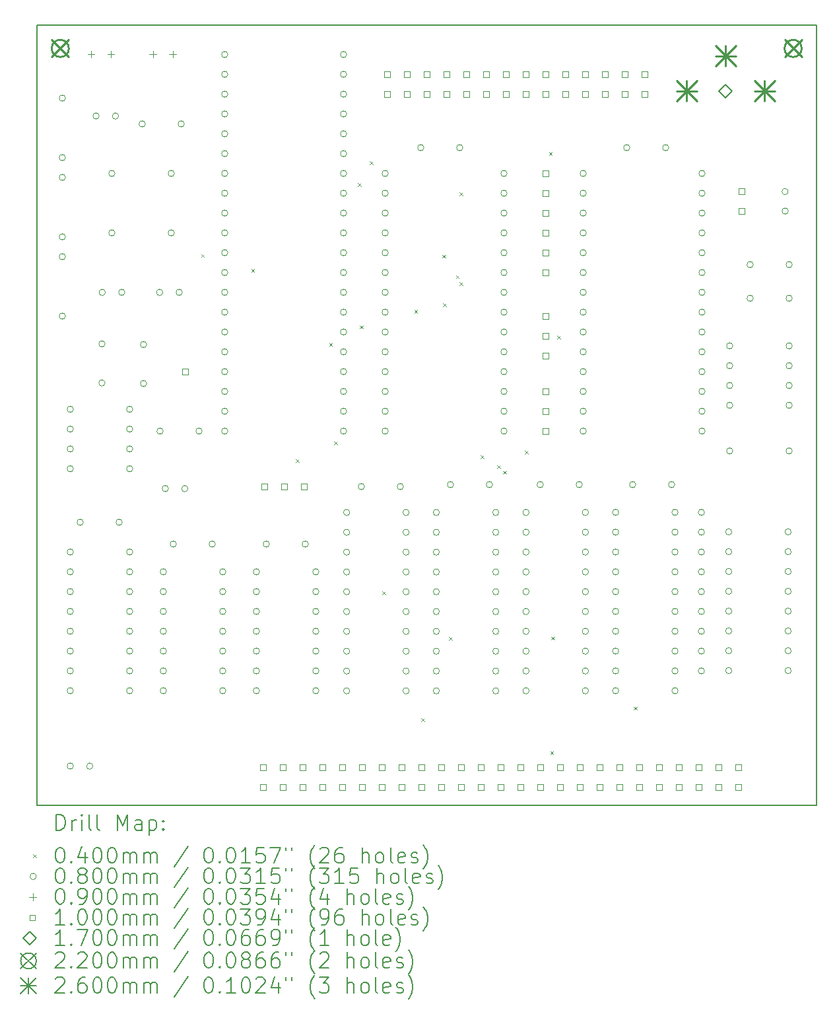
<source format=gbr>
%FSLAX45Y45*%
G04 Gerber Fmt 4.5, Leading zero omitted, Abs format (unit mm)*
G04 Created by KiCad (PCBNEW (6.0.4-0)) date 2022-09-18 19:18:17*
%MOMM*%
%LPD*%
G01*
G04 APERTURE LIST*
%TA.AperFunction,Profile*%
%ADD10C,0.150000*%
%TD*%
%ADD11C,0.200000*%
%ADD12C,0.040000*%
%ADD13C,0.080000*%
%ADD14C,0.090000*%
%ADD15C,0.100000*%
%ADD16C,0.170000*%
%ADD17C,0.220000*%
%ADD18C,0.260000*%
G04 APERTURE END LIST*
D10*
X4500000Y-14600000D02*
X14500000Y-14600000D01*
X4500000Y-4600000D02*
X4500000Y-14600000D01*
X14500000Y-4600000D02*
X4500000Y-4600000D01*
X14500000Y-14600000D02*
X14500000Y-4600000D01*
D11*
D12*
X6605610Y-7534930D02*
X6645610Y-7574930D01*
X6645610Y-7534930D02*
X6605610Y-7574930D01*
X7250410Y-7729340D02*
X7290410Y-7769340D01*
X7290410Y-7729340D02*
X7250410Y-7769340D01*
X7821430Y-10166650D02*
X7861430Y-10206650D01*
X7861430Y-10166650D02*
X7821430Y-10206650D01*
X8248160Y-8673070D02*
X8288160Y-8713070D01*
X8288160Y-8673070D02*
X8248160Y-8713070D01*
X8309190Y-9935810D02*
X8349190Y-9975810D01*
X8349190Y-9935810D02*
X8309190Y-9975810D01*
X8618710Y-6628260D02*
X8658710Y-6668260D01*
X8658710Y-6628260D02*
X8618710Y-6668260D01*
X8645260Y-8451490D02*
X8685260Y-8491490D01*
X8685260Y-8451490D02*
X8645260Y-8491490D01*
X8769430Y-6345070D02*
X8809430Y-6385070D01*
X8809430Y-6345070D02*
X8769430Y-6385070D01*
X8928300Y-11859300D02*
X8968300Y-11899300D01*
X8968300Y-11859300D02*
X8928300Y-11899300D01*
X9341840Y-8251130D02*
X9381840Y-8291130D01*
X9381840Y-8251130D02*
X9341840Y-8291130D01*
X9432580Y-13481260D02*
X9472580Y-13521260D01*
X9472580Y-13481260D02*
X9432580Y-13521260D01*
X9697630Y-7545540D02*
X9737630Y-7585540D01*
X9737630Y-7545540D02*
X9697630Y-7585540D01*
X9708360Y-8166320D02*
X9748360Y-8206320D01*
X9748360Y-8166320D02*
X9708360Y-8206320D01*
X9782700Y-12440430D02*
X9822700Y-12480430D01*
X9822700Y-12440430D02*
X9782700Y-12480430D01*
X9874950Y-7805960D02*
X9914950Y-7845960D01*
X9914950Y-7805960D02*
X9874950Y-7845960D01*
X9921540Y-7894930D02*
X9961540Y-7934930D01*
X9961540Y-7894930D02*
X9921540Y-7934930D01*
X9922140Y-6741860D02*
X9962140Y-6781860D01*
X9962140Y-6741860D02*
X9922140Y-6781860D01*
X10193330Y-10111300D02*
X10233330Y-10151300D01*
X10233330Y-10111300D02*
X10193330Y-10151300D01*
X10401310Y-10243840D02*
X10441310Y-10283840D01*
X10441310Y-10243840D02*
X10401310Y-10283840D01*
X10481260Y-10313720D02*
X10521260Y-10353720D01*
X10521260Y-10313720D02*
X10481260Y-10353720D01*
X10760400Y-10054890D02*
X10800400Y-10094890D01*
X10800400Y-10054890D02*
X10760400Y-10094890D01*
X11066990Y-6228390D02*
X11106990Y-6268390D01*
X11106990Y-6228390D02*
X11066990Y-6268390D01*
X11085700Y-13910050D02*
X11125700Y-13950050D01*
X11125700Y-13910050D02*
X11085700Y-13950050D01*
X11094870Y-12437870D02*
X11134870Y-12477870D01*
X11134870Y-12437870D02*
X11094870Y-12477870D01*
X11173180Y-8582690D02*
X11213180Y-8622690D01*
X11213180Y-8582690D02*
X11173180Y-8622690D01*
X12154920Y-13336270D02*
X12194920Y-13376270D01*
X12194920Y-13336270D02*
X12154920Y-13376270D01*
D13*
X4866000Y-5537200D02*
G75*
G03*
X4866000Y-5537200I-40000J0D01*
G01*
X4866000Y-6299200D02*
G75*
G03*
X4866000Y-6299200I-40000J0D01*
G01*
X4866000Y-6553200D02*
G75*
G03*
X4866000Y-6553200I-40000J0D01*
G01*
X4866000Y-7315200D02*
G75*
G03*
X4866000Y-7315200I-40000J0D01*
G01*
X4866000Y-7569200D02*
G75*
G03*
X4866000Y-7569200I-40000J0D01*
G01*
X4866000Y-8331200D02*
G75*
G03*
X4866000Y-8331200I-40000J0D01*
G01*
X4967600Y-9525000D02*
G75*
G03*
X4967600Y-9525000I-40000J0D01*
G01*
X4967600Y-9779000D02*
G75*
G03*
X4967600Y-9779000I-40000J0D01*
G01*
X4967600Y-10033000D02*
G75*
G03*
X4967600Y-10033000I-40000J0D01*
G01*
X4967600Y-10287000D02*
G75*
G03*
X4967600Y-10287000I-40000J0D01*
G01*
X4967600Y-11353800D02*
G75*
G03*
X4967600Y-11353800I-40000J0D01*
G01*
X4967600Y-11607800D02*
G75*
G03*
X4967600Y-11607800I-40000J0D01*
G01*
X4967600Y-11861800D02*
G75*
G03*
X4967600Y-11861800I-40000J0D01*
G01*
X4967600Y-12115800D02*
G75*
G03*
X4967600Y-12115800I-40000J0D01*
G01*
X4967600Y-12369800D02*
G75*
G03*
X4967600Y-12369800I-40000J0D01*
G01*
X4967600Y-12623800D02*
G75*
G03*
X4967600Y-12623800I-40000J0D01*
G01*
X4967600Y-12877800D02*
G75*
G03*
X4967600Y-12877800I-40000J0D01*
G01*
X4967600Y-13131800D02*
G75*
G03*
X4967600Y-13131800I-40000J0D01*
G01*
X4967600Y-14097000D02*
G75*
G03*
X4967600Y-14097000I-40000J0D01*
G01*
X5094600Y-10972800D02*
G75*
G03*
X5094600Y-10972800I-40000J0D01*
G01*
X5217600Y-14097000D02*
G75*
G03*
X5217600Y-14097000I-40000J0D01*
G01*
X5297800Y-5765800D02*
G75*
G03*
X5297800Y-5765800I-40000J0D01*
G01*
X5374000Y-8686800D02*
G75*
G03*
X5374000Y-8686800I-40000J0D01*
G01*
X5374000Y-9186800D02*
G75*
G03*
X5374000Y-9186800I-40000J0D01*
G01*
X5378000Y-8026400D02*
G75*
G03*
X5378000Y-8026400I-40000J0D01*
G01*
X5501000Y-6502400D02*
G75*
G03*
X5501000Y-6502400I-40000J0D01*
G01*
X5501000Y-7264400D02*
G75*
G03*
X5501000Y-7264400I-40000J0D01*
G01*
X5547800Y-5765800D02*
G75*
G03*
X5547800Y-5765800I-40000J0D01*
G01*
X5594600Y-10972800D02*
G75*
G03*
X5594600Y-10972800I-40000J0D01*
G01*
X5628000Y-8026400D02*
G75*
G03*
X5628000Y-8026400I-40000J0D01*
G01*
X5729600Y-9525000D02*
G75*
G03*
X5729600Y-9525000I-40000J0D01*
G01*
X5729600Y-9779000D02*
G75*
G03*
X5729600Y-9779000I-40000J0D01*
G01*
X5729600Y-10033000D02*
G75*
G03*
X5729600Y-10033000I-40000J0D01*
G01*
X5729600Y-10287000D02*
G75*
G03*
X5729600Y-10287000I-40000J0D01*
G01*
X5729600Y-11353800D02*
G75*
G03*
X5729600Y-11353800I-40000J0D01*
G01*
X5729600Y-11607800D02*
G75*
G03*
X5729600Y-11607800I-40000J0D01*
G01*
X5729600Y-11861800D02*
G75*
G03*
X5729600Y-11861800I-40000J0D01*
G01*
X5729600Y-12115800D02*
G75*
G03*
X5729600Y-12115800I-40000J0D01*
G01*
X5729600Y-12369800D02*
G75*
G03*
X5729600Y-12369800I-40000J0D01*
G01*
X5729600Y-12623800D02*
G75*
G03*
X5729600Y-12623800I-40000J0D01*
G01*
X5729600Y-12877800D02*
G75*
G03*
X5729600Y-12877800I-40000J0D01*
G01*
X5729600Y-13131800D02*
G75*
G03*
X5729600Y-13131800I-40000J0D01*
G01*
X5890000Y-5867400D02*
G75*
G03*
X5890000Y-5867400I-40000J0D01*
G01*
X5907400Y-8694800D02*
G75*
G03*
X5907400Y-8694800I-40000J0D01*
G01*
X5907400Y-9194800D02*
G75*
G03*
X5907400Y-9194800I-40000J0D01*
G01*
X6114600Y-8026400D02*
G75*
G03*
X6114600Y-8026400I-40000J0D01*
G01*
X6118600Y-9804400D02*
G75*
G03*
X6118600Y-9804400I-40000J0D01*
G01*
X6161400Y-11607800D02*
G75*
G03*
X6161400Y-11607800I-40000J0D01*
G01*
X6161400Y-11861800D02*
G75*
G03*
X6161400Y-11861800I-40000J0D01*
G01*
X6161400Y-12115800D02*
G75*
G03*
X6161400Y-12115800I-40000J0D01*
G01*
X6161400Y-12369800D02*
G75*
G03*
X6161400Y-12369800I-40000J0D01*
G01*
X6161400Y-12623800D02*
G75*
G03*
X6161400Y-12623800I-40000J0D01*
G01*
X6161400Y-12877800D02*
G75*
G03*
X6161400Y-12877800I-40000J0D01*
G01*
X6161400Y-13131800D02*
G75*
G03*
X6161400Y-13131800I-40000J0D01*
G01*
X6186800Y-10541000D02*
G75*
G03*
X6186800Y-10541000I-40000J0D01*
G01*
X6263000Y-6502400D02*
G75*
G03*
X6263000Y-6502400I-40000J0D01*
G01*
X6263000Y-7264400D02*
G75*
G03*
X6263000Y-7264400I-40000J0D01*
G01*
X6288400Y-11252200D02*
G75*
G03*
X6288400Y-11252200I-40000J0D01*
G01*
X6364600Y-8026400D02*
G75*
G03*
X6364600Y-8026400I-40000J0D01*
G01*
X6390000Y-5867400D02*
G75*
G03*
X6390000Y-5867400I-40000J0D01*
G01*
X6436800Y-10541000D02*
G75*
G03*
X6436800Y-10541000I-40000J0D01*
G01*
X6618600Y-9804400D02*
G75*
G03*
X6618600Y-9804400I-40000J0D01*
G01*
X6788400Y-11252200D02*
G75*
G03*
X6788400Y-11252200I-40000J0D01*
G01*
X6923400Y-11607800D02*
G75*
G03*
X6923400Y-11607800I-40000J0D01*
G01*
X6923400Y-11861800D02*
G75*
G03*
X6923400Y-11861800I-40000J0D01*
G01*
X6923400Y-12115800D02*
G75*
G03*
X6923400Y-12115800I-40000J0D01*
G01*
X6923400Y-12369800D02*
G75*
G03*
X6923400Y-12369800I-40000J0D01*
G01*
X6923400Y-12623800D02*
G75*
G03*
X6923400Y-12623800I-40000J0D01*
G01*
X6923400Y-12877800D02*
G75*
G03*
X6923400Y-12877800I-40000J0D01*
G01*
X6923400Y-13131800D02*
G75*
G03*
X6923400Y-13131800I-40000J0D01*
G01*
X6948800Y-4978400D02*
G75*
G03*
X6948800Y-4978400I-40000J0D01*
G01*
X6948800Y-5232400D02*
G75*
G03*
X6948800Y-5232400I-40000J0D01*
G01*
X6948800Y-5486400D02*
G75*
G03*
X6948800Y-5486400I-40000J0D01*
G01*
X6948800Y-5740400D02*
G75*
G03*
X6948800Y-5740400I-40000J0D01*
G01*
X6948800Y-5994400D02*
G75*
G03*
X6948800Y-5994400I-40000J0D01*
G01*
X6948800Y-6248400D02*
G75*
G03*
X6948800Y-6248400I-40000J0D01*
G01*
X6948800Y-6502400D02*
G75*
G03*
X6948800Y-6502400I-40000J0D01*
G01*
X6948800Y-6756400D02*
G75*
G03*
X6948800Y-6756400I-40000J0D01*
G01*
X6948800Y-7010400D02*
G75*
G03*
X6948800Y-7010400I-40000J0D01*
G01*
X6948800Y-7264400D02*
G75*
G03*
X6948800Y-7264400I-40000J0D01*
G01*
X6948800Y-7518400D02*
G75*
G03*
X6948800Y-7518400I-40000J0D01*
G01*
X6948800Y-7772400D02*
G75*
G03*
X6948800Y-7772400I-40000J0D01*
G01*
X6948800Y-8026400D02*
G75*
G03*
X6948800Y-8026400I-40000J0D01*
G01*
X6948800Y-8280400D02*
G75*
G03*
X6948800Y-8280400I-40000J0D01*
G01*
X6948800Y-8534400D02*
G75*
G03*
X6948800Y-8534400I-40000J0D01*
G01*
X6948800Y-8788400D02*
G75*
G03*
X6948800Y-8788400I-40000J0D01*
G01*
X6948800Y-9042400D02*
G75*
G03*
X6948800Y-9042400I-40000J0D01*
G01*
X6948800Y-9296400D02*
G75*
G03*
X6948800Y-9296400I-40000J0D01*
G01*
X6948800Y-9550400D02*
G75*
G03*
X6948800Y-9550400I-40000J0D01*
G01*
X6948800Y-9804400D02*
G75*
G03*
X6948800Y-9804400I-40000J0D01*
G01*
X7355200Y-11607800D02*
G75*
G03*
X7355200Y-11607800I-40000J0D01*
G01*
X7355200Y-11861800D02*
G75*
G03*
X7355200Y-11861800I-40000J0D01*
G01*
X7355200Y-12115800D02*
G75*
G03*
X7355200Y-12115800I-40000J0D01*
G01*
X7355200Y-12369800D02*
G75*
G03*
X7355200Y-12369800I-40000J0D01*
G01*
X7355200Y-12623800D02*
G75*
G03*
X7355200Y-12623800I-40000J0D01*
G01*
X7355200Y-12877800D02*
G75*
G03*
X7355200Y-12877800I-40000J0D01*
G01*
X7355200Y-13131800D02*
G75*
G03*
X7355200Y-13131800I-40000J0D01*
G01*
X7482200Y-11252200D02*
G75*
G03*
X7482200Y-11252200I-40000J0D01*
G01*
X7982200Y-11252200D02*
G75*
G03*
X7982200Y-11252200I-40000J0D01*
G01*
X8117200Y-11607800D02*
G75*
G03*
X8117200Y-11607800I-40000J0D01*
G01*
X8117200Y-11861800D02*
G75*
G03*
X8117200Y-11861800I-40000J0D01*
G01*
X8117200Y-12115800D02*
G75*
G03*
X8117200Y-12115800I-40000J0D01*
G01*
X8117200Y-12369800D02*
G75*
G03*
X8117200Y-12369800I-40000J0D01*
G01*
X8117200Y-12623800D02*
G75*
G03*
X8117200Y-12623800I-40000J0D01*
G01*
X8117200Y-12877800D02*
G75*
G03*
X8117200Y-12877800I-40000J0D01*
G01*
X8117200Y-13131800D02*
G75*
G03*
X8117200Y-13131800I-40000J0D01*
G01*
X8472800Y-4978400D02*
G75*
G03*
X8472800Y-4978400I-40000J0D01*
G01*
X8472800Y-5232400D02*
G75*
G03*
X8472800Y-5232400I-40000J0D01*
G01*
X8472800Y-5486400D02*
G75*
G03*
X8472800Y-5486400I-40000J0D01*
G01*
X8472800Y-5740400D02*
G75*
G03*
X8472800Y-5740400I-40000J0D01*
G01*
X8472800Y-5994400D02*
G75*
G03*
X8472800Y-5994400I-40000J0D01*
G01*
X8472800Y-6248400D02*
G75*
G03*
X8472800Y-6248400I-40000J0D01*
G01*
X8472800Y-6502400D02*
G75*
G03*
X8472800Y-6502400I-40000J0D01*
G01*
X8472800Y-6756400D02*
G75*
G03*
X8472800Y-6756400I-40000J0D01*
G01*
X8472800Y-7010400D02*
G75*
G03*
X8472800Y-7010400I-40000J0D01*
G01*
X8472800Y-7264400D02*
G75*
G03*
X8472800Y-7264400I-40000J0D01*
G01*
X8472800Y-7518400D02*
G75*
G03*
X8472800Y-7518400I-40000J0D01*
G01*
X8472800Y-7772400D02*
G75*
G03*
X8472800Y-7772400I-40000J0D01*
G01*
X8472800Y-8026400D02*
G75*
G03*
X8472800Y-8026400I-40000J0D01*
G01*
X8472800Y-8280400D02*
G75*
G03*
X8472800Y-8280400I-40000J0D01*
G01*
X8472800Y-8534400D02*
G75*
G03*
X8472800Y-8534400I-40000J0D01*
G01*
X8472800Y-8788400D02*
G75*
G03*
X8472800Y-8788400I-40000J0D01*
G01*
X8472800Y-9042400D02*
G75*
G03*
X8472800Y-9042400I-40000J0D01*
G01*
X8472800Y-9296400D02*
G75*
G03*
X8472800Y-9296400I-40000J0D01*
G01*
X8472800Y-9550400D02*
G75*
G03*
X8472800Y-9550400I-40000J0D01*
G01*
X8472800Y-9804400D02*
G75*
G03*
X8472800Y-9804400I-40000J0D01*
G01*
X8513000Y-10846000D02*
G75*
G03*
X8513000Y-10846000I-40000J0D01*
G01*
X8513000Y-11100000D02*
G75*
G03*
X8513000Y-11100000I-40000J0D01*
G01*
X8513000Y-11354000D02*
G75*
G03*
X8513000Y-11354000I-40000J0D01*
G01*
X8513000Y-11608000D02*
G75*
G03*
X8513000Y-11608000I-40000J0D01*
G01*
X8513000Y-11862000D02*
G75*
G03*
X8513000Y-11862000I-40000J0D01*
G01*
X8513000Y-12116000D02*
G75*
G03*
X8513000Y-12116000I-40000J0D01*
G01*
X8513000Y-12370000D02*
G75*
G03*
X8513000Y-12370000I-40000J0D01*
G01*
X8513000Y-12624000D02*
G75*
G03*
X8513000Y-12624000I-40000J0D01*
G01*
X8513000Y-12878000D02*
G75*
G03*
X8513000Y-12878000I-40000J0D01*
G01*
X8513000Y-13132000D02*
G75*
G03*
X8513000Y-13132000I-40000J0D01*
G01*
X8701400Y-10515600D02*
G75*
G03*
X8701400Y-10515600I-40000J0D01*
G01*
X9006200Y-6502400D02*
G75*
G03*
X9006200Y-6502400I-40000J0D01*
G01*
X9006200Y-6756400D02*
G75*
G03*
X9006200Y-6756400I-40000J0D01*
G01*
X9006200Y-7010400D02*
G75*
G03*
X9006200Y-7010400I-40000J0D01*
G01*
X9006200Y-7264400D02*
G75*
G03*
X9006200Y-7264400I-40000J0D01*
G01*
X9006200Y-7518400D02*
G75*
G03*
X9006200Y-7518400I-40000J0D01*
G01*
X9006200Y-7772400D02*
G75*
G03*
X9006200Y-7772400I-40000J0D01*
G01*
X9006200Y-8026400D02*
G75*
G03*
X9006200Y-8026400I-40000J0D01*
G01*
X9006200Y-8280400D02*
G75*
G03*
X9006200Y-8280400I-40000J0D01*
G01*
X9006200Y-8534400D02*
G75*
G03*
X9006200Y-8534400I-40000J0D01*
G01*
X9006200Y-8788400D02*
G75*
G03*
X9006200Y-8788400I-40000J0D01*
G01*
X9006200Y-9042400D02*
G75*
G03*
X9006200Y-9042400I-40000J0D01*
G01*
X9006200Y-9296400D02*
G75*
G03*
X9006200Y-9296400I-40000J0D01*
G01*
X9006200Y-9550400D02*
G75*
G03*
X9006200Y-9550400I-40000J0D01*
G01*
X9006200Y-9804400D02*
G75*
G03*
X9006200Y-9804400I-40000J0D01*
G01*
X9201400Y-10515600D02*
G75*
G03*
X9201400Y-10515600I-40000J0D01*
G01*
X9275000Y-10846000D02*
G75*
G03*
X9275000Y-10846000I-40000J0D01*
G01*
X9275000Y-11100000D02*
G75*
G03*
X9275000Y-11100000I-40000J0D01*
G01*
X9275000Y-11354000D02*
G75*
G03*
X9275000Y-11354000I-40000J0D01*
G01*
X9275000Y-11608000D02*
G75*
G03*
X9275000Y-11608000I-40000J0D01*
G01*
X9275000Y-11862000D02*
G75*
G03*
X9275000Y-11862000I-40000J0D01*
G01*
X9275000Y-12116000D02*
G75*
G03*
X9275000Y-12116000I-40000J0D01*
G01*
X9275000Y-12370000D02*
G75*
G03*
X9275000Y-12370000I-40000J0D01*
G01*
X9275000Y-12624000D02*
G75*
G03*
X9275000Y-12624000I-40000J0D01*
G01*
X9275000Y-12878000D02*
G75*
G03*
X9275000Y-12878000I-40000J0D01*
G01*
X9275000Y-13132000D02*
G75*
G03*
X9275000Y-13132000I-40000J0D01*
G01*
X9463400Y-6172200D02*
G75*
G03*
X9463400Y-6172200I-40000J0D01*
G01*
X9663000Y-10846000D02*
G75*
G03*
X9663000Y-10846000I-40000J0D01*
G01*
X9663000Y-11100000D02*
G75*
G03*
X9663000Y-11100000I-40000J0D01*
G01*
X9663000Y-11354000D02*
G75*
G03*
X9663000Y-11354000I-40000J0D01*
G01*
X9663000Y-11608000D02*
G75*
G03*
X9663000Y-11608000I-40000J0D01*
G01*
X9663000Y-11862000D02*
G75*
G03*
X9663000Y-11862000I-40000J0D01*
G01*
X9663000Y-12116000D02*
G75*
G03*
X9663000Y-12116000I-40000J0D01*
G01*
X9663000Y-12370000D02*
G75*
G03*
X9663000Y-12370000I-40000J0D01*
G01*
X9663000Y-12624000D02*
G75*
G03*
X9663000Y-12624000I-40000J0D01*
G01*
X9663000Y-12878000D02*
G75*
G03*
X9663000Y-12878000I-40000J0D01*
G01*
X9663000Y-13132000D02*
G75*
G03*
X9663000Y-13132000I-40000J0D01*
G01*
X9844400Y-10490200D02*
G75*
G03*
X9844400Y-10490200I-40000J0D01*
G01*
X9963400Y-6172200D02*
G75*
G03*
X9963400Y-6172200I-40000J0D01*
G01*
X10344400Y-10490200D02*
G75*
G03*
X10344400Y-10490200I-40000J0D01*
G01*
X10425000Y-10846000D02*
G75*
G03*
X10425000Y-10846000I-40000J0D01*
G01*
X10425000Y-11100000D02*
G75*
G03*
X10425000Y-11100000I-40000J0D01*
G01*
X10425000Y-11354000D02*
G75*
G03*
X10425000Y-11354000I-40000J0D01*
G01*
X10425000Y-11608000D02*
G75*
G03*
X10425000Y-11608000I-40000J0D01*
G01*
X10425000Y-11862000D02*
G75*
G03*
X10425000Y-11862000I-40000J0D01*
G01*
X10425000Y-12116000D02*
G75*
G03*
X10425000Y-12116000I-40000J0D01*
G01*
X10425000Y-12370000D02*
G75*
G03*
X10425000Y-12370000I-40000J0D01*
G01*
X10425000Y-12624000D02*
G75*
G03*
X10425000Y-12624000I-40000J0D01*
G01*
X10425000Y-12878000D02*
G75*
G03*
X10425000Y-12878000I-40000J0D01*
G01*
X10425000Y-13132000D02*
G75*
G03*
X10425000Y-13132000I-40000J0D01*
G01*
X10530200Y-6502400D02*
G75*
G03*
X10530200Y-6502400I-40000J0D01*
G01*
X10530200Y-6756400D02*
G75*
G03*
X10530200Y-6756400I-40000J0D01*
G01*
X10530200Y-7010400D02*
G75*
G03*
X10530200Y-7010400I-40000J0D01*
G01*
X10530200Y-7264400D02*
G75*
G03*
X10530200Y-7264400I-40000J0D01*
G01*
X10530200Y-7518400D02*
G75*
G03*
X10530200Y-7518400I-40000J0D01*
G01*
X10530200Y-7772400D02*
G75*
G03*
X10530200Y-7772400I-40000J0D01*
G01*
X10530200Y-8026400D02*
G75*
G03*
X10530200Y-8026400I-40000J0D01*
G01*
X10530200Y-8280400D02*
G75*
G03*
X10530200Y-8280400I-40000J0D01*
G01*
X10530200Y-8534400D02*
G75*
G03*
X10530200Y-8534400I-40000J0D01*
G01*
X10530200Y-8788400D02*
G75*
G03*
X10530200Y-8788400I-40000J0D01*
G01*
X10530200Y-9042400D02*
G75*
G03*
X10530200Y-9042400I-40000J0D01*
G01*
X10530200Y-9296400D02*
G75*
G03*
X10530200Y-9296400I-40000J0D01*
G01*
X10530200Y-9550400D02*
G75*
G03*
X10530200Y-9550400I-40000J0D01*
G01*
X10530200Y-9804400D02*
G75*
G03*
X10530200Y-9804400I-40000J0D01*
G01*
X10813000Y-10846000D02*
G75*
G03*
X10813000Y-10846000I-40000J0D01*
G01*
X10813000Y-11100000D02*
G75*
G03*
X10813000Y-11100000I-40000J0D01*
G01*
X10813000Y-11354000D02*
G75*
G03*
X10813000Y-11354000I-40000J0D01*
G01*
X10813000Y-11608000D02*
G75*
G03*
X10813000Y-11608000I-40000J0D01*
G01*
X10813000Y-11862000D02*
G75*
G03*
X10813000Y-11862000I-40000J0D01*
G01*
X10813000Y-12116000D02*
G75*
G03*
X10813000Y-12116000I-40000J0D01*
G01*
X10813000Y-12370000D02*
G75*
G03*
X10813000Y-12370000I-40000J0D01*
G01*
X10813000Y-12624000D02*
G75*
G03*
X10813000Y-12624000I-40000J0D01*
G01*
X10813000Y-12878000D02*
G75*
G03*
X10813000Y-12878000I-40000J0D01*
G01*
X10813000Y-13132000D02*
G75*
G03*
X10813000Y-13132000I-40000J0D01*
G01*
X10995400Y-10490200D02*
G75*
G03*
X10995400Y-10490200I-40000J0D01*
G01*
X11495400Y-10490200D02*
G75*
G03*
X11495400Y-10490200I-40000J0D01*
G01*
X11546200Y-6502400D02*
G75*
G03*
X11546200Y-6502400I-40000J0D01*
G01*
X11546200Y-6756400D02*
G75*
G03*
X11546200Y-6756400I-40000J0D01*
G01*
X11546200Y-7010400D02*
G75*
G03*
X11546200Y-7010400I-40000J0D01*
G01*
X11546200Y-7264400D02*
G75*
G03*
X11546200Y-7264400I-40000J0D01*
G01*
X11546200Y-7518400D02*
G75*
G03*
X11546200Y-7518400I-40000J0D01*
G01*
X11546200Y-7772400D02*
G75*
G03*
X11546200Y-7772400I-40000J0D01*
G01*
X11546200Y-8026400D02*
G75*
G03*
X11546200Y-8026400I-40000J0D01*
G01*
X11546200Y-8280400D02*
G75*
G03*
X11546200Y-8280400I-40000J0D01*
G01*
X11546200Y-8534400D02*
G75*
G03*
X11546200Y-8534400I-40000J0D01*
G01*
X11546200Y-8788400D02*
G75*
G03*
X11546200Y-8788400I-40000J0D01*
G01*
X11546200Y-9042400D02*
G75*
G03*
X11546200Y-9042400I-40000J0D01*
G01*
X11546200Y-9296400D02*
G75*
G03*
X11546200Y-9296400I-40000J0D01*
G01*
X11546200Y-9550400D02*
G75*
G03*
X11546200Y-9550400I-40000J0D01*
G01*
X11546200Y-9804400D02*
G75*
G03*
X11546200Y-9804400I-40000J0D01*
G01*
X11575000Y-10846000D02*
G75*
G03*
X11575000Y-10846000I-40000J0D01*
G01*
X11575000Y-11100000D02*
G75*
G03*
X11575000Y-11100000I-40000J0D01*
G01*
X11575000Y-11354000D02*
G75*
G03*
X11575000Y-11354000I-40000J0D01*
G01*
X11575000Y-11608000D02*
G75*
G03*
X11575000Y-11608000I-40000J0D01*
G01*
X11575000Y-11862000D02*
G75*
G03*
X11575000Y-11862000I-40000J0D01*
G01*
X11575000Y-12116000D02*
G75*
G03*
X11575000Y-12116000I-40000J0D01*
G01*
X11575000Y-12370000D02*
G75*
G03*
X11575000Y-12370000I-40000J0D01*
G01*
X11575000Y-12624000D02*
G75*
G03*
X11575000Y-12624000I-40000J0D01*
G01*
X11575000Y-12878000D02*
G75*
G03*
X11575000Y-12878000I-40000J0D01*
G01*
X11575000Y-13132000D02*
G75*
G03*
X11575000Y-13132000I-40000J0D01*
G01*
X11963000Y-10846000D02*
G75*
G03*
X11963000Y-10846000I-40000J0D01*
G01*
X11963000Y-11100000D02*
G75*
G03*
X11963000Y-11100000I-40000J0D01*
G01*
X11963000Y-11354000D02*
G75*
G03*
X11963000Y-11354000I-40000J0D01*
G01*
X11963000Y-11608000D02*
G75*
G03*
X11963000Y-11608000I-40000J0D01*
G01*
X11963000Y-11862000D02*
G75*
G03*
X11963000Y-11862000I-40000J0D01*
G01*
X11963000Y-12116000D02*
G75*
G03*
X11963000Y-12116000I-40000J0D01*
G01*
X11963000Y-12370000D02*
G75*
G03*
X11963000Y-12370000I-40000J0D01*
G01*
X11963000Y-12624000D02*
G75*
G03*
X11963000Y-12624000I-40000J0D01*
G01*
X11963000Y-12878000D02*
G75*
G03*
X11963000Y-12878000I-40000J0D01*
G01*
X11963000Y-13132000D02*
G75*
G03*
X11963000Y-13132000I-40000J0D01*
G01*
X12105000Y-6172200D02*
G75*
G03*
X12105000Y-6172200I-40000J0D01*
G01*
X12181200Y-10490200D02*
G75*
G03*
X12181200Y-10490200I-40000J0D01*
G01*
X12605000Y-6172200D02*
G75*
G03*
X12605000Y-6172200I-40000J0D01*
G01*
X12681200Y-10490200D02*
G75*
G03*
X12681200Y-10490200I-40000J0D01*
G01*
X12725000Y-10846000D02*
G75*
G03*
X12725000Y-10846000I-40000J0D01*
G01*
X12725000Y-11100000D02*
G75*
G03*
X12725000Y-11100000I-40000J0D01*
G01*
X12725000Y-11354000D02*
G75*
G03*
X12725000Y-11354000I-40000J0D01*
G01*
X12725000Y-11608000D02*
G75*
G03*
X12725000Y-11608000I-40000J0D01*
G01*
X12725000Y-11862000D02*
G75*
G03*
X12725000Y-11862000I-40000J0D01*
G01*
X12725000Y-12116000D02*
G75*
G03*
X12725000Y-12116000I-40000J0D01*
G01*
X12725000Y-12370000D02*
G75*
G03*
X12725000Y-12370000I-40000J0D01*
G01*
X12725000Y-12624000D02*
G75*
G03*
X12725000Y-12624000I-40000J0D01*
G01*
X12725000Y-12878000D02*
G75*
G03*
X12725000Y-12878000I-40000J0D01*
G01*
X12725000Y-13132000D02*
G75*
G03*
X12725000Y-13132000I-40000J0D01*
G01*
X13063000Y-10846000D02*
G75*
G03*
X13063000Y-10846000I-40000J0D01*
G01*
X13063000Y-11100000D02*
G75*
G03*
X13063000Y-11100000I-40000J0D01*
G01*
X13063000Y-11354000D02*
G75*
G03*
X13063000Y-11354000I-40000J0D01*
G01*
X13063000Y-11608000D02*
G75*
G03*
X13063000Y-11608000I-40000J0D01*
G01*
X13063000Y-11862000D02*
G75*
G03*
X13063000Y-11862000I-40000J0D01*
G01*
X13063000Y-12116000D02*
G75*
G03*
X13063000Y-12116000I-40000J0D01*
G01*
X13063000Y-12370000D02*
G75*
G03*
X13063000Y-12370000I-40000J0D01*
G01*
X13063000Y-12624000D02*
G75*
G03*
X13063000Y-12624000I-40000J0D01*
G01*
X13063000Y-12878000D02*
G75*
G03*
X13063000Y-12878000I-40000J0D01*
G01*
X13070200Y-6502400D02*
G75*
G03*
X13070200Y-6502400I-40000J0D01*
G01*
X13070200Y-6756400D02*
G75*
G03*
X13070200Y-6756400I-40000J0D01*
G01*
X13070200Y-7010400D02*
G75*
G03*
X13070200Y-7010400I-40000J0D01*
G01*
X13070200Y-7264400D02*
G75*
G03*
X13070200Y-7264400I-40000J0D01*
G01*
X13070200Y-7518400D02*
G75*
G03*
X13070200Y-7518400I-40000J0D01*
G01*
X13070200Y-7772400D02*
G75*
G03*
X13070200Y-7772400I-40000J0D01*
G01*
X13070200Y-8026400D02*
G75*
G03*
X13070200Y-8026400I-40000J0D01*
G01*
X13070200Y-8280400D02*
G75*
G03*
X13070200Y-8280400I-40000J0D01*
G01*
X13070200Y-8534400D02*
G75*
G03*
X13070200Y-8534400I-40000J0D01*
G01*
X13070200Y-8788400D02*
G75*
G03*
X13070200Y-8788400I-40000J0D01*
G01*
X13070200Y-9042400D02*
G75*
G03*
X13070200Y-9042400I-40000J0D01*
G01*
X13070200Y-9296400D02*
G75*
G03*
X13070200Y-9296400I-40000J0D01*
G01*
X13070200Y-9550400D02*
G75*
G03*
X13070200Y-9550400I-40000J0D01*
G01*
X13070200Y-9804400D02*
G75*
G03*
X13070200Y-9804400I-40000J0D01*
G01*
X13413000Y-11096000D02*
G75*
G03*
X13413000Y-11096000I-40000J0D01*
G01*
X13413000Y-11350000D02*
G75*
G03*
X13413000Y-11350000I-40000J0D01*
G01*
X13413000Y-11604000D02*
G75*
G03*
X13413000Y-11604000I-40000J0D01*
G01*
X13413000Y-11858000D02*
G75*
G03*
X13413000Y-11858000I-40000J0D01*
G01*
X13413000Y-12112000D02*
G75*
G03*
X13413000Y-12112000I-40000J0D01*
G01*
X13413000Y-12366000D02*
G75*
G03*
X13413000Y-12366000I-40000J0D01*
G01*
X13413000Y-12620000D02*
G75*
G03*
X13413000Y-12620000I-40000J0D01*
G01*
X13413000Y-12874000D02*
G75*
G03*
X13413000Y-12874000I-40000J0D01*
G01*
X13425800Y-8712200D02*
G75*
G03*
X13425800Y-8712200I-40000J0D01*
G01*
X13425800Y-8966200D02*
G75*
G03*
X13425800Y-8966200I-40000J0D01*
G01*
X13425800Y-9220200D02*
G75*
G03*
X13425800Y-9220200I-40000J0D01*
G01*
X13425800Y-9474200D02*
G75*
G03*
X13425800Y-9474200I-40000J0D01*
G01*
X13425800Y-10058400D02*
G75*
G03*
X13425800Y-10058400I-40000J0D01*
G01*
X13687800Y-7670800D02*
G75*
G03*
X13687800Y-7670800I-40000J0D01*
G01*
X13687800Y-8102600D02*
G75*
G03*
X13687800Y-8102600I-40000J0D01*
G01*
X14137000Y-6735000D02*
G75*
G03*
X14137000Y-6735000I-40000J0D01*
G01*
X14137000Y-6985000D02*
G75*
G03*
X14137000Y-6985000I-40000J0D01*
G01*
X14175000Y-11096000D02*
G75*
G03*
X14175000Y-11096000I-40000J0D01*
G01*
X14175000Y-11350000D02*
G75*
G03*
X14175000Y-11350000I-40000J0D01*
G01*
X14175000Y-11604000D02*
G75*
G03*
X14175000Y-11604000I-40000J0D01*
G01*
X14175000Y-11858000D02*
G75*
G03*
X14175000Y-11858000I-40000J0D01*
G01*
X14175000Y-12112000D02*
G75*
G03*
X14175000Y-12112000I-40000J0D01*
G01*
X14175000Y-12366000D02*
G75*
G03*
X14175000Y-12366000I-40000J0D01*
G01*
X14175000Y-12620000D02*
G75*
G03*
X14175000Y-12620000I-40000J0D01*
G01*
X14175000Y-12874000D02*
G75*
G03*
X14175000Y-12874000I-40000J0D01*
G01*
X14187800Y-7670800D02*
G75*
G03*
X14187800Y-7670800I-40000J0D01*
G01*
X14187800Y-8102600D02*
G75*
G03*
X14187800Y-8102600I-40000J0D01*
G01*
X14187800Y-8712200D02*
G75*
G03*
X14187800Y-8712200I-40000J0D01*
G01*
X14187800Y-8966200D02*
G75*
G03*
X14187800Y-8966200I-40000J0D01*
G01*
X14187800Y-9220200D02*
G75*
G03*
X14187800Y-9220200I-40000J0D01*
G01*
X14187800Y-9474200D02*
G75*
G03*
X14187800Y-9474200I-40000J0D01*
G01*
X14187800Y-10058400D02*
G75*
G03*
X14187800Y-10058400I-40000J0D01*
G01*
D14*
X5196000Y-4930000D02*
X5196000Y-5020000D01*
X5151000Y-4975000D02*
X5241000Y-4975000D01*
X5450000Y-4930000D02*
X5450000Y-5020000D01*
X5405000Y-4975000D02*
X5495000Y-4975000D01*
X5988800Y-4930000D02*
X5988800Y-5020000D01*
X5943800Y-4975000D02*
X6033800Y-4975000D01*
X6242800Y-4930000D02*
X6242800Y-5020000D01*
X6197800Y-4975000D02*
X6287800Y-4975000D01*
D15*
X6436156Y-9077756D02*
X6436156Y-9007044D01*
X6365444Y-9007044D01*
X6365444Y-9077756D01*
X6436156Y-9077756D01*
X7436956Y-14147556D02*
X7436956Y-14076844D01*
X7366244Y-14076844D01*
X7366244Y-14147556D01*
X7436956Y-14147556D01*
X7436956Y-14401556D02*
X7436956Y-14330844D01*
X7366244Y-14330844D01*
X7366244Y-14401556D01*
X7436956Y-14401556D01*
X7452156Y-10550956D02*
X7452156Y-10480244D01*
X7381444Y-10480244D01*
X7381444Y-10550956D01*
X7452156Y-10550956D01*
X7690956Y-14147556D02*
X7690956Y-14076844D01*
X7620244Y-14076844D01*
X7620244Y-14147556D01*
X7690956Y-14147556D01*
X7690956Y-14401556D02*
X7690956Y-14330844D01*
X7620244Y-14330844D01*
X7620244Y-14401556D01*
X7690956Y-14401556D01*
X7706156Y-10550956D02*
X7706156Y-10480244D01*
X7635444Y-10480244D01*
X7635444Y-10550956D01*
X7706156Y-10550956D01*
X7944956Y-14147556D02*
X7944956Y-14076844D01*
X7874244Y-14076844D01*
X7874244Y-14147556D01*
X7944956Y-14147556D01*
X7944956Y-14401556D02*
X7944956Y-14330844D01*
X7874244Y-14330844D01*
X7874244Y-14401556D01*
X7944956Y-14401556D01*
X7960156Y-10550956D02*
X7960156Y-10480244D01*
X7889444Y-10480244D01*
X7889444Y-10550956D01*
X7960156Y-10550956D01*
X8198956Y-14147556D02*
X8198956Y-14076844D01*
X8128244Y-14076844D01*
X8128244Y-14147556D01*
X8198956Y-14147556D01*
X8198956Y-14401556D02*
X8198956Y-14330844D01*
X8128244Y-14330844D01*
X8128244Y-14401556D01*
X8198956Y-14401556D01*
X8452956Y-14147556D02*
X8452956Y-14076844D01*
X8382244Y-14076844D01*
X8382244Y-14147556D01*
X8452956Y-14147556D01*
X8452956Y-14401556D02*
X8452956Y-14330844D01*
X8382244Y-14330844D01*
X8382244Y-14401556D01*
X8452956Y-14401556D01*
X8706956Y-14147556D02*
X8706956Y-14076844D01*
X8636244Y-14076844D01*
X8636244Y-14147556D01*
X8706956Y-14147556D01*
X8706956Y-14401556D02*
X8706956Y-14330844D01*
X8636244Y-14330844D01*
X8636244Y-14401556D01*
X8706956Y-14401556D01*
X8960956Y-14147556D02*
X8960956Y-14076844D01*
X8890244Y-14076844D01*
X8890244Y-14147556D01*
X8960956Y-14147556D01*
X8960956Y-14401556D02*
X8960956Y-14330844D01*
X8890244Y-14330844D01*
X8890244Y-14401556D01*
X8960956Y-14401556D01*
X9026956Y-5267756D02*
X9026956Y-5197044D01*
X8956244Y-5197044D01*
X8956244Y-5267756D01*
X9026956Y-5267756D01*
X9026956Y-5521756D02*
X9026956Y-5451044D01*
X8956244Y-5451044D01*
X8956244Y-5521756D01*
X9026956Y-5521756D01*
X9214956Y-14147556D02*
X9214956Y-14076844D01*
X9144244Y-14076844D01*
X9144244Y-14147556D01*
X9214956Y-14147556D01*
X9214956Y-14401556D02*
X9214956Y-14330844D01*
X9144244Y-14330844D01*
X9144244Y-14401556D01*
X9214956Y-14401556D01*
X9280956Y-5267756D02*
X9280956Y-5197044D01*
X9210244Y-5197044D01*
X9210244Y-5267756D01*
X9280956Y-5267756D01*
X9280956Y-5521756D02*
X9280956Y-5451044D01*
X9210244Y-5451044D01*
X9210244Y-5521756D01*
X9280956Y-5521756D01*
X9468956Y-14147556D02*
X9468956Y-14076844D01*
X9398244Y-14076844D01*
X9398244Y-14147556D01*
X9468956Y-14147556D01*
X9468956Y-14401556D02*
X9468956Y-14330844D01*
X9398244Y-14330844D01*
X9398244Y-14401556D01*
X9468956Y-14401556D01*
X9534956Y-5267756D02*
X9534956Y-5197044D01*
X9464244Y-5197044D01*
X9464244Y-5267756D01*
X9534956Y-5267756D01*
X9534956Y-5521756D02*
X9534956Y-5451044D01*
X9464244Y-5451044D01*
X9464244Y-5521756D01*
X9534956Y-5521756D01*
X9722956Y-14147556D02*
X9722956Y-14076844D01*
X9652244Y-14076844D01*
X9652244Y-14147556D01*
X9722956Y-14147556D01*
X9722956Y-14401556D02*
X9722956Y-14330844D01*
X9652244Y-14330844D01*
X9652244Y-14401556D01*
X9722956Y-14401556D01*
X9788956Y-5267756D02*
X9788956Y-5197044D01*
X9718244Y-5197044D01*
X9718244Y-5267756D01*
X9788956Y-5267756D01*
X9788956Y-5521756D02*
X9788956Y-5451044D01*
X9718244Y-5451044D01*
X9718244Y-5521756D01*
X9788956Y-5521756D01*
X9976956Y-14147556D02*
X9976956Y-14076844D01*
X9906244Y-14076844D01*
X9906244Y-14147556D01*
X9976956Y-14147556D01*
X9976956Y-14401556D02*
X9976956Y-14330844D01*
X9906244Y-14330844D01*
X9906244Y-14401556D01*
X9976956Y-14401556D01*
X10042956Y-5267756D02*
X10042956Y-5197044D01*
X9972244Y-5197044D01*
X9972244Y-5267756D01*
X10042956Y-5267756D01*
X10042956Y-5521756D02*
X10042956Y-5451044D01*
X9972244Y-5451044D01*
X9972244Y-5521756D01*
X10042956Y-5521756D01*
X10230956Y-14147556D02*
X10230956Y-14076844D01*
X10160244Y-14076844D01*
X10160244Y-14147556D01*
X10230956Y-14147556D01*
X10230956Y-14401556D02*
X10230956Y-14330844D01*
X10160244Y-14330844D01*
X10160244Y-14401556D01*
X10230956Y-14401556D01*
X10296956Y-5267756D02*
X10296956Y-5197044D01*
X10226244Y-5197044D01*
X10226244Y-5267756D01*
X10296956Y-5267756D01*
X10296956Y-5521756D02*
X10296956Y-5451044D01*
X10226244Y-5451044D01*
X10226244Y-5521756D01*
X10296956Y-5521756D01*
X10484956Y-14147556D02*
X10484956Y-14076844D01*
X10414244Y-14076844D01*
X10414244Y-14147556D01*
X10484956Y-14147556D01*
X10484956Y-14401556D02*
X10484956Y-14330844D01*
X10414244Y-14330844D01*
X10414244Y-14401556D01*
X10484956Y-14401556D01*
X10550956Y-5267756D02*
X10550956Y-5197044D01*
X10480244Y-5197044D01*
X10480244Y-5267756D01*
X10550956Y-5267756D01*
X10550956Y-5521756D02*
X10550956Y-5451044D01*
X10480244Y-5451044D01*
X10480244Y-5521756D01*
X10550956Y-5521756D01*
X10738956Y-14147556D02*
X10738956Y-14076844D01*
X10668244Y-14076844D01*
X10668244Y-14147556D01*
X10738956Y-14147556D01*
X10738956Y-14401556D02*
X10738956Y-14330844D01*
X10668244Y-14330844D01*
X10668244Y-14401556D01*
X10738956Y-14401556D01*
X10804956Y-5267756D02*
X10804956Y-5197044D01*
X10734244Y-5197044D01*
X10734244Y-5267756D01*
X10804956Y-5267756D01*
X10804956Y-5521756D02*
X10804956Y-5451044D01*
X10734244Y-5451044D01*
X10734244Y-5521756D01*
X10804956Y-5521756D01*
X10992956Y-14147556D02*
X10992956Y-14076844D01*
X10922244Y-14076844D01*
X10922244Y-14147556D01*
X10992956Y-14147556D01*
X10992956Y-14401556D02*
X10992956Y-14330844D01*
X10922244Y-14330844D01*
X10922244Y-14401556D01*
X10992956Y-14401556D01*
X11058956Y-5267756D02*
X11058956Y-5197044D01*
X10988244Y-5197044D01*
X10988244Y-5267756D01*
X11058956Y-5267756D01*
X11058956Y-5521756D02*
X11058956Y-5451044D01*
X10988244Y-5451044D01*
X10988244Y-5521756D01*
X11058956Y-5521756D01*
X11058956Y-6537756D02*
X11058956Y-6467044D01*
X10988244Y-6467044D01*
X10988244Y-6537756D01*
X11058956Y-6537756D01*
X11058956Y-6791756D02*
X11058956Y-6721044D01*
X10988244Y-6721044D01*
X10988244Y-6791756D01*
X11058956Y-6791756D01*
X11058956Y-7045756D02*
X11058956Y-6975044D01*
X10988244Y-6975044D01*
X10988244Y-7045756D01*
X11058956Y-7045756D01*
X11058956Y-7299756D02*
X11058956Y-7229044D01*
X10988244Y-7229044D01*
X10988244Y-7299756D01*
X11058956Y-7299756D01*
X11058956Y-7553756D02*
X11058956Y-7483044D01*
X10988244Y-7483044D01*
X10988244Y-7553756D01*
X11058956Y-7553756D01*
X11058956Y-7807756D02*
X11058956Y-7737044D01*
X10988244Y-7737044D01*
X10988244Y-7807756D01*
X11058956Y-7807756D01*
X11058956Y-8366556D02*
X11058956Y-8295844D01*
X10988244Y-8295844D01*
X10988244Y-8366556D01*
X11058956Y-8366556D01*
X11058956Y-8620556D02*
X11058956Y-8549844D01*
X10988244Y-8549844D01*
X10988244Y-8620556D01*
X11058956Y-8620556D01*
X11058956Y-8874556D02*
X11058956Y-8803844D01*
X10988244Y-8803844D01*
X10988244Y-8874556D01*
X11058956Y-8874556D01*
X11058956Y-9331756D02*
X11058956Y-9261044D01*
X10988244Y-9261044D01*
X10988244Y-9331756D01*
X11058956Y-9331756D01*
X11058956Y-9585756D02*
X11058956Y-9515044D01*
X10988244Y-9515044D01*
X10988244Y-9585756D01*
X11058956Y-9585756D01*
X11058956Y-9839756D02*
X11058956Y-9769044D01*
X10988244Y-9769044D01*
X10988244Y-9839756D01*
X11058956Y-9839756D01*
X11246956Y-14147556D02*
X11246956Y-14076844D01*
X11176244Y-14076844D01*
X11176244Y-14147556D01*
X11246956Y-14147556D01*
X11246956Y-14401556D02*
X11246956Y-14330844D01*
X11176244Y-14330844D01*
X11176244Y-14401556D01*
X11246956Y-14401556D01*
X11312956Y-5267756D02*
X11312956Y-5197044D01*
X11242244Y-5197044D01*
X11242244Y-5267756D01*
X11312956Y-5267756D01*
X11312956Y-5521756D02*
X11312956Y-5451044D01*
X11242244Y-5451044D01*
X11242244Y-5521756D01*
X11312956Y-5521756D01*
X11500956Y-14147556D02*
X11500956Y-14076844D01*
X11430244Y-14076844D01*
X11430244Y-14147556D01*
X11500956Y-14147556D01*
X11500956Y-14401556D02*
X11500956Y-14330844D01*
X11430244Y-14330844D01*
X11430244Y-14401556D01*
X11500956Y-14401556D01*
X11566956Y-5267756D02*
X11566956Y-5197044D01*
X11496244Y-5197044D01*
X11496244Y-5267756D01*
X11566956Y-5267756D01*
X11566956Y-5521756D02*
X11566956Y-5451044D01*
X11496244Y-5451044D01*
X11496244Y-5521756D01*
X11566956Y-5521756D01*
X11754956Y-14147556D02*
X11754956Y-14076844D01*
X11684244Y-14076844D01*
X11684244Y-14147556D01*
X11754956Y-14147556D01*
X11754956Y-14401556D02*
X11754956Y-14330844D01*
X11684244Y-14330844D01*
X11684244Y-14401556D01*
X11754956Y-14401556D01*
X11820956Y-5267756D02*
X11820956Y-5197044D01*
X11750244Y-5197044D01*
X11750244Y-5267756D01*
X11820956Y-5267756D01*
X11820956Y-5521756D02*
X11820956Y-5451044D01*
X11750244Y-5451044D01*
X11750244Y-5521756D01*
X11820956Y-5521756D01*
X12008956Y-14147556D02*
X12008956Y-14076844D01*
X11938244Y-14076844D01*
X11938244Y-14147556D01*
X12008956Y-14147556D01*
X12008956Y-14401556D02*
X12008956Y-14330844D01*
X11938244Y-14330844D01*
X11938244Y-14401556D01*
X12008956Y-14401556D01*
X12074956Y-5267756D02*
X12074956Y-5197044D01*
X12004244Y-5197044D01*
X12004244Y-5267756D01*
X12074956Y-5267756D01*
X12074956Y-5521756D02*
X12074956Y-5451044D01*
X12004244Y-5451044D01*
X12004244Y-5521756D01*
X12074956Y-5521756D01*
X12262956Y-14147556D02*
X12262956Y-14076844D01*
X12192244Y-14076844D01*
X12192244Y-14147556D01*
X12262956Y-14147556D01*
X12262956Y-14401556D02*
X12262956Y-14330844D01*
X12192244Y-14330844D01*
X12192244Y-14401556D01*
X12262956Y-14401556D01*
X12328956Y-5267756D02*
X12328956Y-5197044D01*
X12258244Y-5197044D01*
X12258244Y-5267756D01*
X12328956Y-5267756D01*
X12328956Y-5521756D02*
X12328956Y-5451044D01*
X12258244Y-5451044D01*
X12258244Y-5521756D01*
X12328956Y-5521756D01*
X12516956Y-14147556D02*
X12516956Y-14076844D01*
X12446244Y-14076844D01*
X12446244Y-14147556D01*
X12516956Y-14147556D01*
X12516956Y-14401556D02*
X12516956Y-14330844D01*
X12446244Y-14330844D01*
X12446244Y-14401556D01*
X12516956Y-14401556D01*
X12770956Y-14147556D02*
X12770956Y-14076844D01*
X12700244Y-14076844D01*
X12700244Y-14147556D01*
X12770956Y-14147556D01*
X12770956Y-14401556D02*
X12770956Y-14330844D01*
X12700244Y-14330844D01*
X12700244Y-14401556D01*
X12770956Y-14401556D01*
X13024956Y-14147556D02*
X13024956Y-14076844D01*
X12954244Y-14076844D01*
X12954244Y-14147556D01*
X13024956Y-14147556D01*
X13024956Y-14401556D02*
X13024956Y-14330844D01*
X12954244Y-14330844D01*
X12954244Y-14401556D01*
X13024956Y-14401556D01*
X13278956Y-14147556D02*
X13278956Y-14076844D01*
X13208244Y-14076844D01*
X13208244Y-14147556D01*
X13278956Y-14147556D01*
X13278956Y-14401556D02*
X13278956Y-14330844D01*
X13208244Y-14330844D01*
X13208244Y-14401556D01*
X13278956Y-14401556D01*
X13532956Y-14147556D02*
X13532956Y-14076844D01*
X13462244Y-14076844D01*
X13462244Y-14147556D01*
X13532956Y-14147556D01*
X13532956Y-14401556D02*
X13532956Y-14330844D01*
X13462244Y-14330844D01*
X13462244Y-14401556D01*
X13532956Y-14401556D01*
X13573556Y-6766356D02*
X13573556Y-6695644D01*
X13502844Y-6695644D01*
X13502844Y-6766356D01*
X13573556Y-6766356D01*
X13573556Y-7020356D02*
X13573556Y-6949644D01*
X13502844Y-6949644D01*
X13502844Y-7020356D01*
X13573556Y-7020356D01*
D16*
X13335000Y-5531400D02*
X13420000Y-5446400D01*
X13335000Y-5361400D01*
X13250000Y-5446400D01*
X13335000Y-5531400D01*
D17*
X4690000Y-4790000D02*
X4910000Y-5010000D01*
X4910000Y-4790000D02*
X4690000Y-5010000D01*
X4910000Y-4900000D02*
G75*
G03*
X4910000Y-4900000I-110000J0D01*
G01*
X14090000Y-4790000D02*
X14310000Y-5010000D01*
X14310000Y-4790000D02*
X14090000Y-5010000D01*
X14310000Y-4900000D02*
G75*
G03*
X14310000Y-4900000I-110000J0D01*
G01*
D18*
X12705000Y-5316400D02*
X12965000Y-5576400D01*
X12965000Y-5316400D02*
X12705000Y-5576400D01*
X12835000Y-5316400D02*
X12835000Y-5576400D01*
X12705000Y-5446400D02*
X12965000Y-5446400D01*
X13205000Y-4866400D02*
X13465000Y-5126400D01*
X13465000Y-4866400D02*
X13205000Y-5126400D01*
X13335000Y-4866400D02*
X13335000Y-5126400D01*
X13205000Y-4996400D02*
X13465000Y-4996400D01*
X13705000Y-5316400D02*
X13965000Y-5576400D01*
X13965000Y-5316400D02*
X13705000Y-5576400D01*
X13835000Y-5316400D02*
X13835000Y-5576400D01*
X13705000Y-5446400D02*
X13965000Y-5446400D01*
D11*
X4750119Y-14917976D02*
X4750119Y-14717976D01*
X4797738Y-14717976D01*
X4826310Y-14727500D01*
X4845357Y-14746548D01*
X4854881Y-14765595D01*
X4864405Y-14803690D01*
X4864405Y-14832262D01*
X4854881Y-14870357D01*
X4845357Y-14889405D01*
X4826310Y-14908452D01*
X4797738Y-14917976D01*
X4750119Y-14917976D01*
X4950119Y-14917976D02*
X4950119Y-14784643D01*
X4950119Y-14822738D02*
X4959643Y-14803690D01*
X4969167Y-14794167D01*
X4988214Y-14784643D01*
X5007262Y-14784643D01*
X5073929Y-14917976D02*
X5073929Y-14784643D01*
X5073929Y-14717976D02*
X5064405Y-14727500D01*
X5073929Y-14737024D01*
X5083452Y-14727500D01*
X5073929Y-14717976D01*
X5073929Y-14737024D01*
X5197738Y-14917976D02*
X5178690Y-14908452D01*
X5169167Y-14889405D01*
X5169167Y-14717976D01*
X5302500Y-14917976D02*
X5283452Y-14908452D01*
X5273929Y-14889405D01*
X5273929Y-14717976D01*
X5531071Y-14917976D02*
X5531071Y-14717976D01*
X5597738Y-14860833D01*
X5664405Y-14717976D01*
X5664405Y-14917976D01*
X5845357Y-14917976D02*
X5845357Y-14813214D01*
X5835833Y-14794167D01*
X5816786Y-14784643D01*
X5778690Y-14784643D01*
X5759643Y-14794167D01*
X5845357Y-14908452D02*
X5826309Y-14917976D01*
X5778690Y-14917976D01*
X5759643Y-14908452D01*
X5750119Y-14889405D01*
X5750119Y-14870357D01*
X5759643Y-14851309D01*
X5778690Y-14841786D01*
X5826309Y-14841786D01*
X5845357Y-14832262D01*
X5940595Y-14784643D02*
X5940595Y-14984643D01*
X5940595Y-14794167D02*
X5959643Y-14784643D01*
X5997738Y-14784643D01*
X6016786Y-14794167D01*
X6026309Y-14803690D01*
X6035833Y-14822738D01*
X6035833Y-14879881D01*
X6026309Y-14898928D01*
X6016786Y-14908452D01*
X5997738Y-14917976D01*
X5959643Y-14917976D01*
X5940595Y-14908452D01*
X6121548Y-14898928D02*
X6131071Y-14908452D01*
X6121548Y-14917976D01*
X6112024Y-14908452D01*
X6121548Y-14898928D01*
X6121548Y-14917976D01*
X6121548Y-14794167D02*
X6131071Y-14803690D01*
X6121548Y-14813214D01*
X6112024Y-14803690D01*
X6121548Y-14794167D01*
X6121548Y-14813214D01*
D12*
X4452500Y-15227500D02*
X4492500Y-15267500D01*
X4492500Y-15227500D02*
X4452500Y-15267500D01*
D11*
X4788214Y-15137976D02*
X4807262Y-15137976D01*
X4826310Y-15147500D01*
X4835833Y-15157024D01*
X4845357Y-15176071D01*
X4854881Y-15214167D01*
X4854881Y-15261786D01*
X4845357Y-15299881D01*
X4835833Y-15318928D01*
X4826310Y-15328452D01*
X4807262Y-15337976D01*
X4788214Y-15337976D01*
X4769167Y-15328452D01*
X4759643Y-15318928D01*
X4750119Y-15299881D01*
X4740595Y-15261786D01*
X4740595Y-15214167D01*
X4750119Y-15176071D01*
X4759643Y-15157024D01*
X4769167Y-15147500D01*
X4788214Y-15137976D01*
X4940595Y-15318928D02*
X4950119Y-15328452D01*
X4940595Y-15337976D01*
X4931071Y-15328452D01*
X4940595Y-15318928D01*
X4940595Y-15337976D01*
X5121548Y-15204643D02*
X5121548Y-15337976D01*
X5073929Y-15128452D02*
X5026310Y-15271309D01*
X5150119Y-15271309D01*
X5264405Y-15137976D02*
X5283452Y-15137976D01*
X5302500Y-15147500D01*
X5312024Y-15157024D01*
X5321548Y-15176071D01*
X5331071Y-15214167D01*
X5331071Y-15261786D01*
X5321548Y-15299881D01*
X5312024Y-15318928D01*
X5302500Y-15328452D01*
X5283452Y-15337976D01*
X5264405Y-15337976D01*
X5245357Y-15328452D01*
X5235833Y-15318928D01*
X5226310Y-15299881D01*
X5216786Y-15261786D01*
X5216786Y-15214167D01*
X5226310Y-15176071D01*
X5235833Y-15157024D01*
X5245357Y-15147500D01*
X5264405Y-15137976D01*
X5454881Y-15137976D02*
X5473929Y-15137976D01*
X5492976Y-15147500D01*
X5502500Y-15157024D01*
X5512024Y-15176071D01*
X5521548Y-15214167D01*
X5521548Y-15261786D01*
X5512024Y-15299881D01*
X5502500Y-15318928D01*
X5492976Y-15328452D01*
X5473929Y-15337976D01*
X5454881Y-15337976D01*
X5435833Y-15328452D01*
X5426310Y-15318928D01*
X5416786Y-15299881D01*
X5407262Y-15261786D01*
X5407262Y-15214167D01*
X5416786Y-15176071D01*
X5426310Y-15157024D01*
X5435833Y-15147500D01*
X5454881Y-15137976D01*
X5607262Y-15337976D02*
X5607262Y-15204643D01*
X5607262Y-15223690D02*
X5616786Y-15214167D01*
X5635833Y-15204643D01*
X5664405Y-15204643D01*
X5683452Y-15214167D01*
X5692976Y-15233214D01*
X5692976Y-15337976D01*
X5692976Y-15233214D02*
X5702500Y-15214167D01*
X5721548Y-15204643D01*
X5750119Y-15204643D01*
X5769167Y-15214167D01*
X5778690Y-15233214D01*
X5778690Y-15337976D01*
X5873928Y-15337976D02*
X5873928Y-15204643D01*
X5873928Y-15223690D02*
X5883452Y-15214167D01*
X5902500Y-15204643D01*
X5931071Y-15204643D01*
X5950119Y-15214167D01*
X5959643Y-15233214D01*
X5959643Y-15337976D01*
X5959643Y-15233214D02*
X5969167Y-15214167D01*
X5988214Y-15204643D01*
X6016786Y-15204643D01*
X6035833Y-15214167D01*
X6045357Y-15233214D01*
X6045357Y-15337976D01*
X6435833Y-15128452D02*
X6264405Y-15385595D01*
X6692976Y-15137976D02*
X6712024Y-15137976D01*
X6731071Y-15147500D01*
X6740595Y-15157024D01*
X6750119Y-15176071D01*
X6759643Y-15214167D01*
X6759643Y-15261786D01*
X6750119Y-15299881D01*
X6740595Y-15318928D01*
X6731071Y-15328452D01*
X6712024Y-15337976D01*
X6692976Y-15337976D01*
X6673928Y-15328452D01*
X6664405Y-15318928D01*
X6654881Y-15299881D01*
X6645357Y-15261786D01*
X6645357Y-15214167D01*
X6654881Y-15176071D01*
X6664405Y-15157024D01*
X6673928Y-15147500D01*
X6692976Y-15137976D01*
X6845357Y-15318928D02*
X6854881Y-15328452D01*
X6845357Y-15337976D01*
X6835833Y-15328452D01*
X6845357Y-15318928D01*
X6845357Y-15337976D01*
X6978690Y-15137976D02*
X6997738Y-15137976D01*
X7016786Y-15147500D01*
X7026309Y-15157024D01*
X7035833Y-15176071D01*
X7045357Y-15214167D01*
X7045357Y-15261786D01*
X7035833Y-15299881D01*
X7026309Y-15318928D01*
X7016786Y-15328452D01*
X6997738Y-15337976D01*
X6978690Y-15337976D01*
X6959643Y-15328452D01*
X6950119Y-15318928D01*
X6940595Y-15299881D01*
X6931071Y-15261786D01*
X6931071Y-15214167D01*
X6940595Y-15176071D01*
X6950119Y-15157024D01*
X6959643Y-15147500D01*
X6978690Y-15137976D01*
X7235833Y-15337976D02*
X7121548Y-15337976D01*
X7178690Y-15337976D02*
X7178690Y-15137976D01*
X7159643Y-15166548D01*
X7140595Y-15185595D01*
X7121548Y-15195119D01*
X7416786Y-15137976D02*
X7321548Y-15137976D01*
X7312024Y-15233214D01*
X7321548Y-15223690D01*
X7340595Y-15214167D01*
X7388214Y-15214167D01*
X7407262Y-15223690D01*
X7416786Y-15233214D01*
X7426309Y-15252262D01*
X7426309Y-15299881D01*
X7416786Y-15318928D01*
X7407262Y-15328452D01*
X7388214Y-15337976D01*
X7340595Y-15337976D01*
X7321548Y-15328452D01*
X7312024Y-15318928D01*
X7492976Y-15137976D02*
X7626309Y-15137976D01*
X7540595Y-15337976D01*
X7692976Y-15137976D02*
X7692976Y-15176071D01*
X7769167Y-15137976D02*
X7769167Y-15176071D01*
X8064405Y-15414167D02*
X8054881Y-15404643D01*
X8035833Y-15376071D01*
X8026309Y-15357024D01*
X8016786Y-15328452D01*
X8007262Y-15280833D01*
X8007262Y-15242738D01*
X8016786Y-15195119D01*
X8026309Y-15166548D01*
X8035833Y-15147500D01*
X8054881Y-15118928D01*
X8064405Y-15109405D01*
X8131071Y-15157024D02*
X8140595Y-15147500D01*
X8159643Y-15137976D01*
X8207262Y-15137976D01*
X8226309Y-15147500D01*
X8235833Y-15157024D01*
X8245357Y-15176071D01*
X8245357Y-15195119D01*
X8235833Y-15223690D01*
X8121548Y-15337976D01*
X8245357Y-15337976D01*
X8416786Y-15137976D02*
X8378690Y-15137976D01*
X8359643Y-15147500D01*
X8350119Y-15157024D01*
X8331071Y-15185595D01*
X8321548Y-15223690D01*
X8321548Y-15299881D01*
X8331071Y-15318928D01*
X8340595Y-15328452D01*
X8359643Y-15337976D01*
X8397738Y-15337976D01*
X8416786Y-15328452D01*
X8426310Y-15318928D01*
X8435833Y-15299881D01*
X8435833Y-15252262D01*
X8426310Y-15233214D01*
X8416786Y-15223690D01*
X8397738Y-15214167D01*
X8359643Y-15214167D01*
X8340595Y-15223690D01*
X8331071Y-15233214D01*
X8321548Y-15252262D01*
X8673929Y-15337976D02*
X8673929Y-15137976D01*
X8759643Y-15337976D02*
X8759643Y-15233214D01*
X8750119Y-15214167D01*
X8731071Y-15204643D01*
X8702500Y-15204643D01*
X8683452Y-15214167D01*
X8673929Y-15223690D01*
X8883452Y-15337976D02*
X8864405Y-15328452D01*
X8854881Y-15318928D01*
X8845357Y-15299881D01*
X8845357Y-15242738D01*
X8854881Y-15223690D01*
X8864405Y-15214167D01*
X8883452Y-15204643D01*
X8912024Y-15204643D01*
X8931071Y-15214167D01*
X8940595Y-15223690D01*
X8950119Y-15242738D01*
X8950119Y-15299881D01*
X8940595Y-15318928D01*
X8931071Y-15328452D01*
X8912024Y-15337976D01*
X8883452Y-15337976D01*
X9064405Y-15337976D02*
X9045357Y-15328452D01*
X9035833Y-15309405D01*
X9035833Y-15137976D01*
X9216786Y-15328452D02*
X9197738Y-15337976D01*
X9159643Y-15337976D01*
X9140595Y-15328452D01*
X9131071Y-15309405D01*
X9131071Y-15233214D01*
X9140595Y-15214167D01*
X9159643Y-15204643D01*
X9197738Y-15204643D01*
X9216786Y-15214167D01*
X9226310Y-15233214D01*
X9226310Y-15252262D01*
X9131071Y-15271309D01*
X9302500Y-15328452D02*
X9321548Y-15337976D01*
X9359643Y-15337976D01*
X9378690Y-15328452D01*
X9388214Y-15309405D01*
X9388214Y-15299881D01*
X9378690Y-15280833D01*
X9359643Y-15271309D01*
X9331071Y-15271309D01*
X9312024Y-15261786D01*
X9302500Y-15242738D01*
X9302500Y-15233214D01*
X9312024Y-15214167D01*
X9331071Y-15204643D01*
X9359643Y-15204643D01*
X9378690Y-15214167D01*
X9454881Y-15414167D02*
X9464405Y-15404643D01*
X9483452Y-15376071D01*
X9492976Y-15357024D01*
X9502500Y-15328452D01*
X9512024Y-15280833D01*
X9512024Y-15242738D01*
X9502500Y-15195119D01*
X9492976Y-15166548D01*
X9483452Y-15147500D01*
X9464405Y-15118928D01*
X9454881Y-15109405D01*
D13*
X4492500Y-15511500D02*
G75*
G03*
X4492500Y-15511500I-40000J0D01*
G01*
D11*
X4788214Y-15401976D02*
X4807262Y-15401976D01*
X4826310Y-15411500D01*
X4835833Y-15421024D01*
X4845357Y-15440071D01*
X4854881Y-15478167D01*
X4854881Y-15525786D01*
X4845357Y-15563881D01*
X4835833Y-15582928D01*
X4826310Y-15592452D01*
X4807262Y-15601976D01*
X4788214Y-15601976D01*
X4769167Y-15592452D01*
X4759643Y-15582928D01*
X4750119Y-15563881D01*
X4740595Y-15525786D01*
X4740595Y-15478167D01*
X4750119Y-15440071D01*
X4759643Y-15421024D01*
X4769167Y-15411500D01*
X4788214Y-15401976D01*
X4940595Y-15582928D02*
X4950119Y-15592452D01*
X4940595Y-15601976D01*
X4931071Y-15592452D01*
X4940595Y-15582928D01*
X4940595Y-15601976D01*
X5064405Y-15487690D02*
X5045357Y-15478167D01*
X5035833Y-15468643D01*
X5026310Y-15449595D01*
X5026310Y-15440071D01*
X5035833Y-15421024D01*
X5045357Y-15411500D01*
X5064405Y-15401976D01*
X5102500Y-15401976D01*
X5121548Y-15411500D01*
X5131071Y-15421024D01*
X5140595Y-15440071D01*
X5140595Y-15449595D01*
X5131071Y-15468643D01*
X5121548Y-15478167D01*
X5102500Y-15487690D01*
X5064405Y-15487690D01*
X5045357Y-15497214D01*
X5035833Y-15506738D01*
X5026310Y-15525786D01*
X5026310Y-15563881D01*
X5035833Y-15582928D01*
X5045357Y-15592452D01*
X5064405Y-15601976D01*
X5102500Y-15601976D01*
X5121548Y-15592452D01*
X5131071Y-15582928D01*
X5140595Y-15563881D01*
X5140595Y-15525786D01*
X5131071Y-15506738D01*
X5121548Y-15497214D01*
X5102500Y-15487690D01*
X5264405Y-15401976D02*
X5283452Y-15401976D01*
X5302500Y-15411500D01*
X5312024Y-15421024D01*
X5321548Y-15440071D01*
X5331071Y-15478167D01*
X5331071Y-15525786D01*
X5321548Y-15563881D01*
X5312024Y-15582928D01*
X5302500Y-15592452D01*
X5283452Y-15601976D01*
X5264405Y-15601976D01*
X5245357Y-15592452D01*
X5235833Y-15582928D01*
X5226310Y-15563881D01*
X5216786Y-15525786D01*
X5216786Y-15478167D01*
X5226310Y-15440071D01*
X5235833Y-15421024D01*
X5245357Y-15411500D01*
X5264405Y-15401976D01*
X5454881Y-15401976D02*
X5473929Y-15401976D01*
X5492976Y-15411500D01*
X5502500Y-15421024D01*
X5512024Y-15440071D01*
X5521548Y-15478167D01*
X5521548Y-15525786D01*
X5512024Y-15563881D01*
X5502500Y-15582928D01*
X5492976Y-15592452D01*
X5473929Y-15601976D01*
X5454881Y-15601976D01*
X5435833Y-15592452D01*
X5426310Y-15582928D01*
X5416786Y-15563881D01*
X5407262Y-15525786D01*
X5407262Y-15478167D01*
X5416786Y-15440071D01*
X5426310Y-15421024D01*
X5435833Y-15411500D01*
X5454881Y-15401976D01*
X5607262Y-15601976D02*
X5607262Y-15468643D01*
X5607262Y-15487690D02*
X5616786Y-15478167D01*
X5635833Y-15468643D01*
X5664405Y-15468643D01*
X5683452Y-15478167D01*
X5692976Y-15497214D01*
X5692976Y-15601976D01*
X5692976Y-15497214D02*
X5702500Y-15478167D01*
X5721548Y-15468643D01*
X5750119Y-15468643D01*
X5769167Y-15478167D01*
X5778690Y-15497214D01*
X5778690Y-15601976D01*
X5873928Y-15601976D02*
X5873928Y-15468643D01*
X5873928Y-15487690D02*
X5883452Y-15478167D01*
X5902500Y-15468643D01*
X5931071Y-15468643D01*
X5950119Y-15478167D01*
X5959643Y-15497214D01*
X5959643Y-15601976D01*
X5959643Y-15497214D02*
X5969167Y-15478167D01*
X5988214Y-15468643D01*
X6016786Y-15468643D01*
X6035833Y-15478167D01*
X6045357Y-15497214D01*
X6045357Y-15601976D01*
X6435833Y-15392452D02*
X6264405Y-15649595D01*
X6692976Y-15401976D02*
X6712024Y-15401976D01*
X6731071Y-15411500D01*
X6740595Y-15421024D01*
X6750119Y-15440071D01*
X6759643Y-15478167D01*
X6759643Y-15525786D01*
X6750119Y-15563881D01*
X6740595Y-15582928D01*
X6731071Y-15592452D01*
X6712024Y-15601976D01*
X6692976Y-15601976D01*
X6673928Y-15592452D01*
X6664405Y-15582928D01*
X6654881Y-15563881D01*
X6645357Y-15525786D01*
X6645357Y-15478167D01*
X6654881Y-15440071D01*
X6664405Y-15421024D01*
X6673928Y-15411500D01*
X6692976Y-15401976D01*
X6845357Y-15582928D02*
X6854881Y-15592452D01*
X6845357Y-15601976D01*
X6835833Y-15592452D01*
X6845357Y-15582928D01*
X6845357Y-15601976D01*
X6978690Y-15401976D02*
X6997738Y-15401976D01*
X7016786Y-15411500D01*
X7026309Y-15421024D01*
X7035833Y-15440071D01*
X7045357Y-15478167D01*
X7045357Y-15525786D01*
X7035833Y-15563881D01*
X7026309Y-15582928D01*
X7016786Y-15592452D01*
X6997738Y-15601976D01*
X6978690Y-15601976D01*
X6959643Y-15592452D01*
X6950119Y-15582928D01*
X6940595Y-15563881D01*
X6931071Y-15525786D01*
X6931071Y-15478167D01*
X6940595Y-15440071D01*
X6950119Y-15421024D01*
X6959643Y-15411500D01*
X6978690Y-15401976D01*
X7112024Y-15401976D02*
X7235833Y-15401976D01*
X7169167Y-15478167D01*
X7197738Y-15478167D01*
X7216786Y-15487690D01*
X7226309Y-15497214D01*
X7235833Y-15516262D01*
X7235833Y-15563881D01*
X7226309Y-15582928D01*
X7216786Y-15592452D01*
X7197738Y-15601976D01*
X7140595Y-15601976D01*
X7121548Y-15592452D01*
X7112024Y-15582928D01*
X7426309Y-15601976D02*
X7312024Y-15601976D01*
X7369167Y-15601976D02*
X7369167Y-15401976D01*
X7350119Y-15430548D01*
X7331071Y-15449595D01*
X7312024Y-15459119D01*
X7607262Y-15401976D02*
X7512024Y-15401976D01*
X7502500Y-15497214D01*
X7512024Y-15487690D01*
X7531071Y-15478167D01*
X7578690Y-15478167D01*
X7597738Y-15487690D01*
X7607262Y-15497214D01*
X7616786Y-15516262D01*
X7616786Y-15563881D01*
X7607262Y-15582928D01*
X7597738Y-15592452D01*
X7578690Y-15601976D01*
X7531071Y-15601976D01*
X7512024Y-15592452D01*
X7502500Y-15582928D01*
X7692976Y-15401976D02*
X7692976Y-15440071D01*
X7769167Y-15401976D02*
X7769167Y-15440071D01*
X8064405Y-15678167D02*
X8054881Y-15668643D01*
X8035833Y-15640071D01*
X8026309Y-15621024D01*
X8016786Y-15592452D01*
X8007262Y-15544833D01*
X8007262Y-15506738D01*
X8016786Y-15459119D01*
X8026309Y-15430548D01*
X8035833Y-15411500D01*
X8054881Y-15382928D01*
X8064405Y-15373405D01*
X8121548Y-15401976D02*
X8245357Y-15401976D01*
X8178690Y-15478167D01*
X8207262Y-15478167D01*
X8226309Y-15487690D01*
X8235833Y-15497214D01*
X8245357Y-15516262D01*
X8245357Y-15563881D01*
X8235833Y-15582928D01*
X8226309Y-15592452D01*
X8207262Y-15601976D01*
X8150119Y-15601976D01*
X8131071Y-15592452D01*
X8121548Y-15582928D01*
X8435833Y-15601976D02*
X8321548Y-15601976D01*
X8378690Y-15601976D02*
X8378690Y-15401976D01*
X8359643Y-15430548D01*
X8340595Y-15449595D01*
X8321548Y-15459119D01*
X8616786Y-15401976D02*
X8521548Y-15401976D01*
X8512024Y-15497214D01*
X8521548Y-15487690D01*
X8540595Y-15478167D01*
X8588214Y-15478167D01*
X8607262Y-15487690D01*
X8616786Y-15497214D01*
X8626310Y-15516262D01*
X8626310Y-15563881D01*
X8616786Y-15582928D01*
X8607262Y-15592452D01*
X8588214Y-15601976D01*
X8540595Y-15601976D01*
X8521548Y-15592452D01*
X8512024Y-15582928D01*
X8864405Y-15601976D02*
X8864405Y-15401976D01*
X8950119Y-15601976D02*
X8950119Y-15497214D01*
X8940595Y-15478167D01*
X8921548Y-15468643D01*
X8892976Y-15468643D01*
X8873929Y-15478167D01*
X8864405Y-15487690D01*
X9073929Y-15601976D02*
X9054881Y-15592452D01*
X9045357Y-15582928D01*
X9035833Y-15563881D01*
X9035833Y-15506738D01*
X9045357Y-15487690D01*
X9054881Y-15478167D01*
X9073929Y-15468643D01*
X9102500Y-15468643D01*
X9121548Y-15478167D01*
X9131071Y-15487690D01*
X9140595Y-15506738D01*
X9140595Y-15563881D01*
X9131071Y-15582928D01*
X9121548Y-15592452D01*
X9102500Y-15601976D01*
X9073929Y-15601976D01*
X9254881Y-15601976D02*
X9235833Y-15592452D01*
X9226310Y-15573405D01*
X9226310Y-15401976D01*
X9407262Y-15592452D02*
X9388214Y-15601976D01*
X9350119Y-15601976D01*
X9331071Y-15592452D01*
X9321548Y-15573405D01*
X9321548Y-15497214D01*
X9331071Y-15478167D01*
X9350119Y-15468643D01*
X9388214Y-15468643D01*
X9407262Y-15478167D01*
X9416786Y-15497214D01*
X9416786Y-15516262D01*
X9321548Y-15535309D01*
X9492976Y-15592452D02*
X9512024Y-15601976D01*
X9550119Y-15601976D01*
X9569167Y-15592452D01*
X9578690Y-15573405D01*
X9578690Y-15563881D01*
X9569167Y-15544833D01*
X9550119Y-15535309D01*
X9521548Y-15535309D01*
X9502500Y-15525786D01*
X9492976Y-15506738D01*
X9492976Y-15497214D01*
X9502500Y-15478167D01*
X9521548Y-15468643D01*
X9550119Y-15468643D01*
X9569167Y-15478167D01*
X9645357Y-15678167D02*
X9654881Y-15668643D01*
X9673929Y-15640071D01*
X9683452Y-15621024D01*
X9692976Y-15592452D01*
X9702500Y-15544833D01*
X9702500Y-15506738D01*
X9692976Y-15459119D01*
X9683452Y-15430548D01*
X9673929Y-15411500D01*
X9654881Y-15382928D01*
X9645357Y-15373405D01*
D14*
X4447500Y-15730500D02*
X4447500Y-15820500D01*
X4402500Y-15775500D02*
X4492500Y-15775500D01*
D11*
X4788214Y-15665976D02*
X4807262Y-15665976D01*
X4826310Y-15675500D01*
X4835833Y-15685024D01*
X4845357Y-15704071D01*
X4854881Y-15742167D01*
X4854881Y-15789786D01*
X4845357Y-15827881D01*
X4835833Y-15846928D01*
X4826310Y-15856452D01*
X4807262Y-15865976D01*
X4788214Y-15865976D01*
X4769167Y-15856452D01*
X4759643Y-15846928D01*
X4750119Y-15827881D01*
X4740595Y-15789786D01*
X4740595Y-15742167D01*
X4750119Y-15704071D01*
X4759643Y-15685024D01*
X4769167Y-15675500D01*
X4788214Y-15665976D01*
X4940595Y-15846928D02*
X4950119Y-15856452D01*
X4940595Y-15865976D01*
X4931071Y-15856452D01*
X4940595Y-15846928D01*
X4940595Y-15865976D01*
X5045357Y-15865976D02*
X5083452Y-15865976D01*
X5102500Y-15856452D01*
X5112024Y-15846928D01*
X5131071Y-15818357D01*
X5140595Y-15780262D01*
X5140595Y-15704071D01*
X5131071Y-15685024D01*
X5121548Y-15675500D01*
X5102500Y-15665976D01*
X5064405Y-15665976D01*
X5045357Y-15675500D01*
X5035833Y-15685024D01*
X5026310Y-15704071D01*
X5026310Y-15751690D01*
X5035833Y-15770738D01*
X5045357Y-15780262D01*
X5064405Y-15789786D01*
X5102500Y-15789786D01*
X5121548Y-15780262D01*
X5131071Y-15770738D01*
X5140595Y-15751690D01*
X5264405Y-15665976D02*
X5283452Y-15665976D01*
X5302500Y-15675500D01*
X5312024Y-15685024D01*
X5321548Y-15704071D01*
X5331071Y-15742167D01*
X5331071Y-15789786D01*
X5321548Y-15827881D01*
X5312024Y-15846928D01*
X5302500Y-15856452D01*
X5283452Y-15865976D01*
X5264405Y-15865976D01*
X5245357Y-15856452D01*
X5235833Y-15846928D01*
X5226310Y-15827881D01*
X5216786Y-15789786D01*
X5216786Y-15742167D01*
X5226310Y-15704071D01*
X5235833Y-15685024D01*
X5245357Y-15675500D01*
X5264405Y-15665976D01*
X5454881Y-15665976D02*
X5473929Y-15665976D01*
X5492976Y-15675500D01*
X5502500Y-15685024D01*
X5512024Y-15704071D01*
X5521548Y-15742167D01*
X5521548Y-15789786D01*
X5512024Y-15827881D01*
X5502500Y-15846928D01*
X5492976Y-15856452D01*
X5473929Y-15865976D01*
X5454881Y-15865976D01*
X5435833Y-15856452D01*
X5426310Y-15846928D01*
X5416786Y-15827881D01*
X5407262Y-15789786D01*
X5407262Y-15742167D01*
X5416786Y-15704071D01*
X5426310Y-15685024D01*
X5435833Y-15675500D01*
X5454881Y-15665976D01*
X5607262Y-15865976D02*
X5607262Y-15732643D01*
X5607262Y-15751690D02*
X5616786Y-15742167D01*
X5635833Y-15732643D01*
X5664405Y-15732643D01*
X5683452Y-15742167D01*
X5692976Y-15761214D01*
X5692976Y-15865976D01*
X5692976Y-15761214D02*
X5702500Y-15742167D01*
X5721548Y-15732643D01*
X5750119Y-15732643D01*
X5769167Y-15742167D01*
X5778690Y-15761214D01*
X5778690Y-15865976D01*
X5873928Y-15865976D02*
X5873928Y-15732643D01*
X5873928Y-15751690D02*
X5883452Y-15742167D01*
X5902500Y-15732643D01*
X5931071Y-15732643D01*
X5950119Y-15742167D01*
X5959643Y-15761214D01*
X5959643Y-15865976D01*
X5959643Y-15761214D02*
X5969167Y-15742167D01*
X5988214Y-15732643D01*
X6016786Y-15732643D01*
X6035833Y-15742167D01*
X6045357Y-15761214D01*
X6045357Y-15865976D01*
X6435833Y-15656452D02*
X6264405Y-15913595D01*
X6692976Y-15665976D02*
X6712024Y-15665976D01*
X6731071Y-15675500D01*
X6740595Y-15685024D01*
X6750119Y-15704071D01*
X6759643Y-15742167D01*
X6759643Y-15789786D01*
X6750119Y-15827881D01*
X6740595Y-15846928D01*
X6731071Y-15856452D01*
X6712024Y-15865976D01*
X6692976Y-15865976D01*
X6673928Y-15856452D01*
X6664405Y-15846928D01*
X6654881Y-15827881D01*
X6645357Y-15789786D01*
X6645357Y-15742167D01*
X6654881Y-15704071D01*
X6664405Y-15685024D01*
X6673928Y-15675500D01*
X6692976Y-15665976D01*
X6845357Y-15846928D02*
X6854881Y-15856452D01*
X6845357Y-15865976D01*
X6835833Y-15856452D01*
X6845357Y-15846928D01*
X6845357Y-15865976D01*
X6978690Y-15665976D02*
X6997738Y-15665976D01*
X7016786Y-15675500D01*
X7026309Y-15685024D01*
X7035833Y-15704071D01*
X7045357Y-15742167D01*
X7045357Y-15789786D01*
X7035833Y-15827881D01*
X7026309Y-15846928D01*
X7016786Y-15856452D01*
X6997738Y-15865976D01*
X6978690Y-15865976D01*
X6959643Y-15856452D01*
X6950119Y-15846928D01*
X6940595Y-15827881D01*
X6931071Y-15789786D01*
X6931071Y-15742167D01*
X6940595Y-15704071D01*
X6950119Y-15685024D01*
X6959643Y-15675500D01*
X6978690Y-15665976D01*
X7112024Y-15665976D02*
X7235833Y-15665976D01*
X7169167Y-15742167D01*
X7197738Y-15742167D01*
X7216786Y-15751690D01*
X7226309Y-15761214D01*
X7235833Y-15780262D01*
X7235833Y-15827881D01*
X7226309Y-15846928D01*
X7216786Y-15856452D01*
X7197738Y-15865976D01*
X7140595Y-15865976D01*
X7121548Y-15856452D01*
X7112024Y-15846928D01*
X7416786Y-15665976D02*
X7321548Y-15665976D01*
X7312024Y-15761214D01*
X7321548Y-15751690D01*
X7340595Y-15742167D01*
X7388214Y-15742167D01*
X7407262Y-15751690D01*
X7416786Y-15761214D01*
X7426309Y-15780262D01*
X7426309Y-15827881D01*
X7416786Y-15846928D01*
X7407262Y-15856452D01*
X7388214Y-15865976D01*
X7340595Y-15865976D01*
X7321548Y-15856452D01*
X7312024Y-15846928D01*
X7597738Y-15732643D02*
X7597738Y-15865976D01*
X7550119Y-15656452D02*
X7502500Y-15799309D01*
X7626309Y-15799309D01*
X7692976Y-15665976D02*
X7692976Y-15704071D01*
X7769167Y-15665976D02*
X7769167Y-15704071D01*
X8064405Y-15942167D02*
X8054881Y-15932643D01*
X8035833Y-15904071D01*
X8026309Y-15885024D01*
X8016786Y-15856452D01*
X8007262Y-15808833D01*
X8007262Y-15770738D01*
X8016786Y-15723119D01*
X8026309Y-15694548D01*
X8035833Y-15675500D01*
X8054881Y-15646928D01*
X8064405Y-15637405D01*
X8226309Y-15732643D02*
X8226309Y-15865976D01*
X8178690Y-15656452D02*
X8131071Y-15799309D01*
X8254881Y-15799309D01*
X8483452Y-15865976D02*
X8483452Y-15665976D01*
X8569167Y-15865976D02*
X8569167Y-15761214D01*
X8559643Y-15742167D01*
X8540595Y-15732643D01*
X8512024Y-15732643D01*
X8492976Y-15742167D01*
X8483452Y-15751690D01*
X8692976Y-15865976D02*
X8673929Y-15856452D01*
X8664405Y-15846928D01*
X8654881Y-15827881D01*
X8654881Y-15770738D01*
X8664405Y-15751690D01*
X8673929Y-15742167D01*
X8692976Y-15732643D01*
X8721548Y-15732643D01*
X8740595Y-15742167D01*
X8750119Y-15751690D01*
X8759643Y-15770738D01*
X8759643Y-15827881D01*
X8750119Y-15846928D01*
X8740595Y-15856452D01*
X8721548Y-15865976D01*
X8692976Y-15865976D01*
X8873929Y-15865976D02*
X8854881Y-15856452D01*
X8845357Y-15837405D01*
X8845357Y-15665976D01*
X9026310Y-15856452D02*
X9007262Y-15865976D01*
X8969167Y-15865976D01*
X8950119Y-15856452D01*
X8940595Y-15837405D01*
X8940595Y-15761214D01*
X8950119Y-15742167D01*
X8969167Y-15732643D01*
X9007262Y-15732643D01*
X9026310Y-15742167D01*
X9035833Y-15761214D01*
X9035833Y-15780262D01*
X8940595Y-15799309D01*
X9112024Y-15856452D02*
X9131071Y-15865976D01*
X9169167Y-15865976D01*
X9188214Y-15856452D01*
X9197738Y-15837405D01*
X9197738Y-15827881D01*
X9188214Y-15808833D01*
X9169167Y-15799309D01*
X9140595Y-15799309D01*
X9121548Y-15789786D01*
X9112024Y-15770738D01*
X9112024Y-15761214D01*
X9121548Y-15742167D01*
X9140595Y-15732643D01*
X9169167Y-15732643D01*
X9188214Y-15742167D01*
X9264405Y-15942167D02*
X9273929Y-15932643D01*
X9292976Y-15904071D01*
X9302500Y-15885024D01*
X9312024Y-15856452D01*
X9321548Y-15808833D01*
X9321548Y-15770738D01*
X9312024Y-15723119D01*
X9302500Y-15694548D01*
X9292976Y-15675500D01*
X9273929Y-15646928D01*
X9264405Y-15637405D01*
D15*
X4477856Y-16074856D02*
X4477856Y-16004144D01*
X4407144Y-16004144D01*
X4407144Y-16074856D01*
X4477856Y-16074856D01*
D11*
X4854881Y-16129976D02*
X4740595Y-16129976D01*
X4797738Y-16129976D02*
X4797738Y-15929976D01*
X4778690Y-15958548D01*
X4759643Y-15977595D01*
X4740595Y-15987119D01*
X4940595Y-16110928D02*
X4950119Y-16120452D01*
X4940595Y-16129976D01*
X4931071Y-16120452D01*
X4940595Y-16110928D01*
X4940595Y-16129976D01*
X5073929Y-15929976D02*
X5092976Y-15929976D01*
X5112024Y-15939500D01*
X5121548Y-15949024D01*
X5131071Y-15968071D01*
X5140595Y-16006167D01*
X5140595Y-16053786D01*
X5131071Y-16091881D01*
X5121548Y-16110928D01*
X5112024Y-16120452D01*
X5092976Y-16129976D01*
X5073929Y-16129976D01*
X5054881Y-16120452D01*
X5045357Y-16110928D01*
X5035833Y-16091881D01*
X5026310Y-16053786D01*
X5026310Y-16006167D01*
X5035833Y-15968071D01*
X5045357Y-15949024D01*
X5054881Y-15939500D01*
X5073929Y-15929976D01*
X5264405Y-15929976D02*
X5283452Y-15929976D01*
X5302500Y-15939500D01*
X5312024Y-15949024D01*
X5321548Y-15968071D01*
X5331071Y-16006167D01*
X5331071Y-16053786D01*
X5321548Y-16091881D01*
X5312024Y-16110928D01*
X5302500Y-16120452D01*
X5283452Y-16129976D01*
X5264405Y-16129976D01*
X5245357Y-16120452D01*
X5235833Y-16110928D01*
X5226310Y-16091881D01*
X5216786Y-16053786D01*
X5216786Y-16006167D01*
X5226310Y-15968071D01*
X5235833Y-15949024D01*
X5245357Y-15939500D01*
X5264405Y-15929976D01*
X5454881Y-15929976D02*
X5473929Y-15929976D01*
X5492976Y-15939500D01*
X5502500Y-15949024D01*
X5512024Y-15968071D01*
X5521548Y-16006167D01*
X5521548Y-16053786D01*
X5512024Y-16091881D01*
X5502500Y-16110928D01*
X5492976Y-16120452D01*
X5473929Y-16129976D01*
X5454881Y-16129976D01*
X5435833Y-16120452D01*
X5426310Y-16110928D01*
X5416786Y-16091881D01*
X5407262Y-16053786D01*
X5407262Y-16006167D01*
X5416786Y-15968071D01*
X5426310Y-15949024D01*
X5435833Y-15939500D01*
X5454881Y-15929976D01*
X5607262Y-16129976D02*
X5607262Y-15996643D01*
X5607262Y-16015690D02*
X5616786Y-16006167D01*
X5635833Y-15996643D01*
X5664405Y-15996643D01*
X5683452Y-16006167D01*
X5692976Y-16025214D01*
X5692976Y-16129976D01*
X5692976Y-16025214D02*
X5702500Y-16006167D01*
X5721548Y-15996643D01*
X5750119Y-15996643D01*
X5769167Y-16006167D01*
X5778690Y-16025214D01*
X5778690Y-16129976D01*
X5873928Y-16129976D02*
X5873928Y-15996643D01*
X5873928Y-16015690D02*
X5883452Y-16006167D01*
X5902500Y-15996643D01*
X5931071Y-15996643D01*
X5950119Y-16006167D01*
X5959643Y-16025214D01*
X5959643Y-16129976D01*
X5959643Y-16025214D02*
X5969167Y-16006167D01*
X5988214Y-15996643D01*
X6016786Y-15996643D01*
X6035833Y-16006167D01*
X6045357Y-16025214D01*
X6045357Y-16129976D01*
X6435833Y-15920452D02*
X6264405Y-16177595D01*
X6692976Y-15929976D02*
X6712024Y-15929976D01*
X6731071Y-15939500D01*
X6740595Y-15949024D01*
X6750119Y-15968071D01*
X6759643Y-16006167D01*
X6759643Y-16053786D01*
X6750119Y-16091881D01*
X6740595Y-16110928D01*
X6731071Y-16120452D01*
X6712024Y-16129976D01*
X6692976Y-16129976D01*
X6673928Y-16120452D01*
X6664405Y-16110928D01*
X6654881Y-16091881D01*
X6645357Y-16053786D01*
X6645357Y-16006167D01*
X6654881Y-15968071D01*
X6664405Y-15949024D01*
X6673928Y-15939500D01*
X6692976Y-15929976D01*
X6845357Y-16110928D02*
X6854881Y-16120452D01*
X6845357Y-16129976D01*
X6835833Y-16120452D01*
X6845357Y-16110928D01*
X6845357Y-16129976D01*
X6978690Y-15929976D02*
X6997738Y-15929976D01*
X7016786Y-15939500D01*
X7026309Y-15949024D01*
X7035833Y-15968071D01*
X7045357Y-16006167D01*
X7045357Y-16053786D01*
X7035833Y-16091881D01*
X7026309Y-16110928D01*
X7016786Y-16120452D01*
X6997738Y-16129976D01*
X6978690Y-16129976D01*
X6959643Y-16120452D01*
X6950119Y-16110928D01*
X6940595Y-16091881D01*
X6931071Y-16053786D01*
X6931071Y-16006167D01*
X6940595Y-15968071D01*
X6950119Y-15949024D01*
X6959643Y-15939500D01*
X6978690Y-15929976D01*
X7112024Y-15929976D02*
X7235833Y-15929976D01*
X7169167Y-16006167D01*
X7197738Y-16006167D01*
X7216786Y-16015690D01*
X7226309Y-16025214D01*
X7235833Y-16044262D01*
X7235833Y-16091881D01*
X7226309Y-16110928D01*
X7216786Y-16120452D01*
X7197738Y-16129976D01*
X7140595Y-16129976D01*
X7121548Y-16120452D01*
X7112024Y-16110928D01*
X7331071Y-16129976D02*
X7369167Y-16129976D01*
X7388214Y-16120452D01*
X7397738Y-16110928D01*
X7416786Y-16082357D01*
X7426309Y-16044262D01*
X7426309Y-15968071D01*
X7416786Y-15949024D01*
X7407262Y-15939500D01*
X7388214Y-15929976D01*
X7350119Y-15929976D01*
X7331071Y-15939500D01*
X7321548Y-15949024D01*
X7312024Y-15968071D01*
X7312024Y-16015690D01*
X7321548Y-16034738D01*
X7331071Y-16044262D01*
X7350119Y-16053786D01*
X7388214Y-16053786D01*
X7407262Y-16044262D01*
X7416786Y-16034738D01*
X7426309Y-16015690D01*
X7597738Y-15996643D02*
X7597738Y-16129976D01*
X7550119Y-15920452D02*
X7502500Y-16063309D01*
X7626309Y-16063309D01*
X7692976Y-15929976D02*
X7692976Y-15968071D01*
X7769167Y-15929976D02*
X7769167Y-15968071D01*
X8064405Y-16206167D02*
X8054881Y-16196643D01*
X8035833Y-16168071D01*
X8026309Y-16149024D01*
X8016786Y-16120452D01*
X8007262Y-16072833D01*
X8007262Y-16034738D01*
X8016786Y-15987119D01*
X8026309Y-15958548D01*
X8035833Y-15939500D01*
X8054881Y-15910928D01*
X8064405Y-15901405D01*
X8150119Y-16129976D02*
X8188214Y-16129976D01*
X8207262Y-16120452D01*
X8216786Y-16110928D01*
X8235833Y-16082357D01*
X8245357Y-16044262D01*
X8245357Y-15968071D01*
X8235833Y-15949024D01*
X8226309Y-15939500D01*
X8207262Y-15929976D01*
X8169167Y-15929976D01*
X8150119Y-15939500D01*
X8140595Y-15949024D01*
X8131071Y-15968071D01*
X8131071Y-16015690D01*
X8140595Y-16034738D01*
X8150119Y-16044262D01*
X8169167Y-16053786D01*
X8207262Y-16053786D01*
X8226309Y-16044262D01*
X8235833Y-16034738D01*
X8245357Y-16015690D01*
X8416786Y-15929976D02*
X8378690Y-15929976D01*
X8359643Y-15939500D01*
X8350119Y-15949024D01*
X8331071Y-15977595D01*
X8321548Y-16015690D01*
X8321548Y-16091881D01*
X8331071Y-16110928D01*
X8340595Y-16120452D01*
X8359643Y-16129976D01*
X8397738Y-16129976D01*
X8416786Y-16120452D01*
X8426310Y-16110928D01*
X8435833Y-16091881D01*
X8435833Y-16044262D01*
X8426310Y-16025214D01*
X8416786Y-16015690D01*
X8397738Y-16006167D01*
X8359643Y-16006167D01*
X8340595Y-16015690D01*
X8331071Y-16025214D01*
X8321548Y-16044262D01*
X8673929Y-16129976D02*
X8673929Y-15929976D01*
X8759643Y-16129976D02*
X8759643Y-16025214D01*
X8750119Y-16006167D01*
X8731071Y-15996643D01*
X8702500Y-15996643D01*
X8683452Y-16006167D01*
X8673929Y-16015690D01*
X8883452Y-16129976D02*
X8864405Y-16120452D01*
X8854881Y-16110928D01*
X8845357Y-16091881D01*
X8845357Y-16034738D01*
X8854881Y-16015690D01*
X8864405Y-16006167D01*
X8883452Y-15996643D01*
X8912024Y-15996643D01*
X8931071Y-16006167D01*
X8940595Y-16015690D01*
X8950119Y-16034738D01*
X8950119Y-16091881D01*
X8940595Y-16110928D01*
X8931071Y-16120452D01*
X8912024Y-16129976D01*
X8883452Y-16129976D01*
X9064405Y-16129976D02*
X9045357Y-16120452D01*
X9035833Y-16101405D01*
X9035833Y-15929976D01*
X9216786Y-16120452D02*
X9197738Y-16129976D01*
X9159643Y-16129976D01*
X9140595Y-16120452D01*
X9131071Y-16101405D01*
X9131071Y-16025214D01*
X9140595Y-16006167D01*
X9159643Y-15996643D01*
X9197738Y-15996643D01*
X9216786Y-16006167D01*
X9226310Y-16025214D01*
X9226310Y-16044262D01*
X9131071Y-16063309D01*
X9302500Y-16120452D02*
X9321548Y-16129976D01*
X9359643Y-16129976D01*
X9378690Y-16120452D01*
X9388214Y-16101405D01*
X9388214Y-16091881D01*
X9378690Y-16072833D01*
X9359643Y-16063309D01*
X9331071Y-16063309D01*
X9312024Y-16053786D01*
X9302500Y-16034738D01*
X9302500Y-16025214D01*
X9312024Y-16006167D01*
X9331071Y-15996643D01*
X9359643Y-15996643D01*
X9378690Y-16006167D01*
X9454881Y-16206167D02*
X9464405Y-16196643D01*
X9483452Y-16168071D01*
X9492976Y-16149024D01*
X9502500Y-16120452D01*
X9512024Y-16072833D01*
X9512024Y-16034738D01*
X9502500Y-15987119D01*
X9492976Y-15958548D01*
X9483452Y-15939500D01*
X9464405Y-15910928D01*
X9454881Y-15901405D01*
D16*
X4407500Y-16388500D02*
X4492500Y-16303500D01*
X4407500Y-16218500D01*
X4322500Y-16303500D01*
X4407500Y-16388500D01*
D11*
X4854881Y-16393976D02*
X4740595Y-16393976D01*
X4797738Y-16393976D02*
X4797738Y-16193976D01*
X4778690Y-16222548D01*
X4759643Y-16241595D01*
X4740595Y-16251119D01*
X4940595Y-16374928D02*
X4950119Y-16384452D01*
X4940595Y-16393976D01*
X4931071Y-16384452D01*
X4940595Y-16374928D01*
X4940595Y-16393976D01*
X5016786Y-16193976D02*
X5150119Y-16193976D01*
X5064405Y-16393976D01*
X5264405Y-16193976D02*
X5283452Y-16193976D01*
X5302500Y-16203500D01*
X5312024Y-16213024D01*
X5321548Y-16232071D01*
X5331071Y-16270167D01*
X5331071Y-16317786D01*
X5321548Y-16355881D01*
X5312024Y-16374928D01*
X5302500Y-16384452D01*
X5283452Y-16393976D01*
X5264405Y-16393976D01*
X5245357Y-16384452D01*
X5235833Y-16374928D01*
X5226310Y-16355881D01*
X5216786Y-16317786D01*
X5216786Y-16270167D01*
X5226310Y-16232071D01*
X5235833Y-16213024D01*
X5245357Y-16203500D01*
X5264405Y-16193976D01*
X5454881Y-16193976D02*
X5473929Y-16193976D01*
X5492976Y-16203500D01*
X5502500Y-16213024D01*
X5512024Y-16232071D01*
X5521548Y-16270167D01*
X5521548Y-16317786D01*
X5512024Y-16355881D01*
X5502500Y-16374928D01*
X5492976Y-16384452D01*
X5473929Y-16393976D01*
X5454881Y-16393976D01*
X5435833Y-16384452D01*
X5426310Y-16374928D01*
X5416786Y-16355881D01*
X5407262Y-16317786D01*
X5407262Y-16270167D01*
X5416786Y-16232071D01*
X5426310Y-16213024D01*
X5435833Y-16203500D01*
X5454881Y-16193976D01*
X5607262Y-16393976D02*
X5607262Y-16260643D01*
X5607262Y-16279690D02*
X5616786Y-16270167D01*
X5635833Y-16260643D01*
X5664405Y-16260643D01*
X5683452Y-16270167D01*
X5692976Y-16289214D01*
X5692976Y-16393976D01*
X5692976Y-16289214D02*
X5702500Y-16270167D01*
X5721548Y-16260643D01*
X5750119Y-16260643D01*
X5769167Y-16270167D01*
X5778690Y-16289214D01*
X5778690Y-16393976D01*
X5873928Y-16393976D02*
X5873928Y-16260643D01*
X5873928Y-16279690D02*
X5883452Y-16270167D01*
X5902500Y-16260643D01*
X5931071Y-16260643D01*
X5950119Y-16270167D01*
X5959643Y-16289214D01*
X5959643Y-16393976D01*
X5959643Y-16289214D02*
X5969167Y-16270167D01*
X5988214Y-16260643D01*
X6016786Y-16260643D01*
X6035833Y-16270167D01*
X6045357Y-16289214D01*
X6045357Y-16393976D01*
X6435833Y-16184452D02*
X6264405Y-16441595D01*
X6692976Y-16193976D02*
X6712024Y-16193976D01*
X6731071Y-16203500D01*
X6740595Y-16213024D01*
X6750119Y-16232071D01*
X6759643Y-16270167D01*
X6759643Y-16317786D01*
X6750119Y-16355881D01*
X6740595Y-16374928D01*
X6731071Y-16384452D01*
X6712024Y-16393976D01*
X6692976Y-16393976D01*
X6673928Y-16384452D01*
X6664405Y-16374928D01*
X6654881Y-16355881D01*
X6645357Y-16317786D01*
X6645357Y-16270167D01*
X6654881Y-16232071D01*
X6664405Y-16213024D01*
X6673928Y-16203500D01*
X6692976Y-16193976D01*
X6845357Y-16374928D02*
X6854881Y-16384452D01*
X6845357Y-16393976D01*
X6835833Y-16384452D01*
X6845357Y-16374928D01*
X6845357Y-16393976D01*
X6978690Y-16193976D02*
X6997738Y-16193976D01*
X7016786Y-16203500D01*
X7026309Y-16213024D01*
X7035833Y-16232071D01*
X7045357Y-16270167D01*
X7045357Y-16317786D01*
X7035833Y-16355881D01*
X7026309Y-16374928D01*
X7016786Y-16384452D01*
X6997738Y-16393976D01*
X6978690Y-16393976D01*
X6959643Y-16384452D01*
X6950119Y-16374928D01*
X6940595Y-16355881D01*
X6931071Y-16317786D01*
X6931071Y-16270167D01*
X6940595Y-16232071D01*
X6950119Y-16213024D01*
X6959643Y-16203500D01*
X6978690Y-16193976D01*
X7216786Y-16193976D02*
X7178690Y-16193976D01*
X7159643Y-16203500D01*
X7150119Y-16213024D01*
X7131071Y-16241595D01*
X7121548Y-16279690D01*
X7121548Y-16355881D01*
X7131071Y-16374928D01*
X7140595Y-16384452D01*
X7159643Y-16393976D01*
X7197738Y-16393976D01*
X7216786Y-16384452D01*
X7226309Y-16374928D01*
X7235833Y-16355881D01*
X7235833Y-16308262D01*
X7226309Y-16289214D01*
X7216786Y-16279690D01*
X7197738Y-16270167D01*
X7159643Y-16270167D01*
X7140595Y-16279690D01*
X7131071Y-16289214D01*
X7121548Y-16308262D01*
X7407262Y-16193976D02*
X7369167Y-16193976D01*
X7350119Y-16203500D01*
X7340595Y-16213024D01*
X7321548Y-16241595D01*
X7312024Y-16279690D01*
X7312024Y-16355881D01*
X7321548Y-16374928D01*
X7331071Y-16384452D01*
X7350119Y-16393976D01*
X7388214Y-16393976D01*
X7407262Y-16384452D01*
X7416786Y-16374928D01*
X7426309Y-16355881D01*
X7426309Y-16308262D01*
X7416786Y-16289214D01*
X7407262Y-16279690D01*
X7388214Y-16270167D01*
X7350119Y-16270167D01*
X7331071Y-16279690D01*
X7321548Y-16289214D01*
X7312024Y-16308262D01*
X7521548Y-16393976D02*
X7559643Y-16393976D01*
X7578690Y-16384452D01*
X7588214Y-16374928D01*
X7607262Y-16346357D01*
X7616786Y-16308262D01*
X7616786Y-16232071D01*
X7607262Y-16213024D01*
X7597738Y-16203500D01*
X7578690Y-16193976D01*
X7540595Y-16193976D01*
X7521548Y-16203500D01*
X7512024Y-16213024D01*
X7502500Y-16232071D01*
X7502500Y-16279690D01*
X7512024Y-16298738D01*
X7521548Y-16308262D01*
X7540595Y-16317786D01*
X7578690Y-16317786D01*
X7597738Y-16308262D01*
X7607262Y-16298738D01*
X7616786Y-16279690D01*
X7692976Y-16193976D02*
X7692976Y-16232071D01*
X7769167Y-16193976D02*
X7769167Y-16232071D01*
X8064405Y-16470167D02*
X8054881Y-16460643D01*
X8035833Y-16432071D01*
X8026309Y-16413024D01*
X8016786Y-16384452D01*
X8007262Y-16336833D01*
X8007262Y-16298738D01*
X8016786Y-16251119D01*
X8026309Y-16222548D01*
X8035833Y-16203500D01*
X8054881Y-16174928D01*
X8064405Y-16165405D01*
X8245357Y-16393976D02*
X8131071Y-16393976D01*
X8188214Y-16393976D02*
X8188214Y-16193976D01*
X8169167Y-16222548D01*
X8150119Y-16241595D01*
X8131071Y-16251119D01*
X8483452Y-16393976D02*
X8483452Y-16193976D01*
X8569167Y-16393976D02*
X8569167Y-16289214D01*
X8559643Y-16270167D01*
X8540595Y-16260643D01*
X8512024Y-16260643D01*
X8492976Y-16270167D01*
X8483452Y-16279690D01*
X8692976Y-16393976D02*
X8673929Y-16384452D01*
X8664405Y-16374928D01*
X8654881Y-16355881D01*
X8654881Y-16298738D01*
X8664405Y-16279690D01*
X8673929Y-16270167D01*
X8692976Y-16260643D01*
X8721548Y-16260643D01*
X8740595Y-16270167D01*
X8750119Y-16279690D01*
X8759643Y-16298738D01*
X8759643Y-16355881D01*
X8750119Y-16374928D01*
X8740595Y-16384452D01*
X8721548Y-16393976D01*
X8692976Y-16393976D01*
X8873929Y-16393976D02*
X8854881Y-16384452D01*
X8845357Y-16365405D01*
X8845357Y-16193976D01*
X9026310Y-16384452D02*
X9007262Y-16393976D01*
X8969167Y-16393976D01*
X8950119Y-16384452D01*
X8940595Y-16365405D01*
X8940595Y-16289214D01*
X8950119Y-16270167D01*
X8969167Y-16260643D01*
X9007262Y-16260643D01*
X9026310Y-16270167D01*
X9035833Y-16289214D01*
X9035833Y-16308262D01*
X8940595Y-16327309D01*
X9102500Y-16470167D02*
X9112024Y-16460643D01*
X9131071Y-16432071D01*
X9140595Y-16413024D01*
X9150119Y-16384452D01*
X9159643Y-16336833D01*
X9159643Y-16298738D01*
X9150119Y-16251119D01*
X9140595Y-16222548D01*
X9131071Y-16203500D01*
X9112024Y-16174928D01*
X9102500Y-16165405D01*
X4292500Y-16493500D02*
X4492500Y-16693500D01*
X4492500Y-16493500D02*
X4292500Y-16693500D01*
X4492500Y-16593500D02*
G75*
G03*
X4492500Y-16593500I-100000J0D01*
G01*
X4740595Y-16503024D02*
X4750119Y-16493500D01*
X4769167Y-16483976D01*
X4816786Y-16483976D01*
X4835833Y-16493500D01*
X4845357Y-16503024D01*
X4854881Y-16522071D01*
X4854881Y-16541119D01*
X4845357Y-16569690D01*
X4731071Y-16683976D01*
X4854881Y-16683976D01*
X4940595Y-16664928D02*
X4950119Y-16674452D01*
X4940595Y-16683976D01*
X4931071Y-16674452D01*
X4940595Y-16664928D01*
X4940595Y-16683976D01*
X5026310Y-16503024D02*
X5035833Y-16493500D01*
X5054881Y-16483976D01*
X5102500Y-16483976D01*
X5121548Y-16493500D01*
X5131071Y-16503024D01*
X5140595Y-16522071D01*
X5140595Y-16541119D01*
X5131071Y-16569690D01*
X5016786Y-16683976D01*
X5140595Y-16683976D01*
X5264405Y-16483976D02*
X5283452Y-16483976D01*
X5302500Y-16493500D01*
X5312024Y-16503024D01*
X5321548Y-16522071D01*
X5331071Y-16560167D01*
X5331071Y-16607786D01*
X5321548Y-16645881D01*
X5312024Y-16664928D01*
X5302500Y-16674452D01*
X5283452Y-16683976D01*
X5264405Y-16683976D01*
X5245357Y-16674452D01*
X5235833Y-16664928D01*
X5226310Y-16645881D01*
X5216786Y-16607786D01*
X5216786Y-16560167D01*
X5226310Y-16522071D01*
X5235833Y-16503024D01*
X5245357Y-16493500D01*
X5264405Y-16483976D01*
X5454881Y-16483976D02*
X5473929Y-16483976D01*
X5492976Y-16493500D01*
X5502500Y-16503024D01*
X5512024Y-16522071D01*
X5521548Y-16560167D01*
X5521548Y-16607786D01*
X5512024Y-16645881D01*
X5502500Y-16664928D01*
X5492976Y-16674452D01*
X5473929Y-16683976D01*
X5454881Y-16683976D01*
X5435833Y-16674452D01*
X5426310Y-16664928D01*
X5416786Y-16645881D01*
X5407262Y-16607786D01*
X5407262Y-16560167D01*
X5416786Y-16522071D01*
X5426310Y-16503024D01*
X5435833Y-16493500D01*
X5454881Y-16483976D01*
X5607262Y-16683976D02*
X5607262Y-16550643D01*
X5607262Y-16569690D02*
X5616786Y-16560167D01*
X5635833Y-16550643D01*
X5664405Y-16550643D01*
X5683452Y-16560167D01*
X5692976Y-16579214D01*
X5692976Y-16683976D01*
X5692976Y-16579214D02*
X5702500Y-16560167D01*
X5721548Y-16550643D01*
X5750119Y-16550643D01*
X5769167Y-16560167D01*
X5778690Y-16579214D01*
X5778690Y-16683976D01*
X5873928Y-16683976D02*
X5873928Y-16550643D01*
X5873928Y-16569690D02*
X5883452Y-16560167D01*
X5902500Y-16550643D01*
X5931071Y-16550643D01*
X5950119Y-16560167D01*
X5959643Y-16579214D01*
X5959643Y-16683976D01*
X5959643Y-16579214D02*
X5969167Y-16560167D01*
X5988214Y-16550643D01*
X6016786Y-16550643D01*
X6035833Y-16560167D01*
X6045357Y-16579214D01*
X6045357Y-16683976D01*
X6435833Y-16474452D02*
X6264405Y-16731595D01*
X6692976Y-16483976D02*
X6712024Y-16483976D01*
X6731071Y-16493500D01*
X6740595Y-16503024D01*
X6750119Y-16522071D01*
X6759643Y-16560167D01*
X6759643Y-16607786D01*
X6750119Y-16645881D01*
X6740595Y-16664928D01*
X6731071Y-16674452D01*
X6712024Y-16683976D01*
X6692976Y-16683976D01*
X6673928Y-16674452D01*
X6664405Y-16664928D01*
X6654881Y-16645881D01*
X6645357Y-16607786D01*
X6645357Y-16560167D01*
X6654881Y-16522071D01*
X6664405Y-16503024D01*
X6673928Y-16493500D01*
X6692976Y-16483976D01*
X6845357Y-16664928D02*
X6854881Y-16674452D01*
X6845357Y-16683976D01*
X6835833Y-16674452D01*
X6845357Y-16664928D01*
X6845357Y-16683976D01*
X6978690Y-16483976D02*
X6997738Y-16483976D01*
X7016786Y-16493500D01*
X7026309Y-16503024D01*
X7035833Y-16522071D01*
X7045357Y-16560167D01*
X7045357Y-16607786D01*
X7035833Y-16645881D01*
X7026309Y-16664928D01*
X7016786Y-16674452D01*
X6997738Y-16683976D01*
X6978690Y-16683976D01*
X6959643Y-16674452D01*
X6950119Y-16664928D01*
X6940595Y-16645881D01*
X6931071Y-16607786D01*
X6931071Y-16560167D01*
X6940595Y-16522071D01*
X6950119Y-16503024D01*
X6959643Y-16493500D01*
X6978690Y-16483976D01*
X7159643Y-16569690D02*
X7140595Y-16560167D01*
X7131071Y-16550643D01*
X7121548Y-16531595D01*
X7121548Y-16522071D01*
X7131071Y-16503024D01*
X7140595Y-16493500D01*
X7159643Y-16483976D01*
X7197738Y-16483976D01*
X7216786Y-16493500D01*
X7226309Y-16503024D01*
X7235833Y-16522071D01*
X7235833Y-16531595D01*
X7226309Y-16550643D01*
X7216786Y-16560167D01*
X7197738Y-16569690D01*
X7159643Y-16569690D01*
X7140595Y-16579214D01*
X7131071Y-16588738D01*
X7121548Y-16607786D01*
X7121548Y-16645881D01*
X7131071Y-16664928D01*
X7140595Y-16674452D01*
X7159643Y-16683976D01*
X7197738Y-16683976D01*
X7216786Y-16674452D01*
X7226309Y-16664928D01*
X7235833Y-16645881D01*
X7235833Y-16607786D01*
X7226309Y-16588738D01*
X7216786Y-16579214D01*
X7197738Y-16569690D01*
X7407262Y-16483976D02*
X7369167Y-16483976D01*
X7350119Y-16493500D01*
X7340595Y-16503024D01*
X7321548Y-16531595D01*
X7312024Y-16569690D01*
X7312024Y-16645881D01*
X7321548Y-16664928D01*
X7331071Y-16674452D01*
X7350119Y-16683976D01*
X7388214Y-16683976D01*
X7407262Y-16674452D01*
X7416786Y-16664928D01*
X7426309Y-16645881D01*
X7426309Y-16598262D01*
X7416786Y-16579214D01*
X7407262Y-16569690D01*
X7388214Y-16560167D01*
X7350119Y-16560167D01*
X7331071Y-16569690D01*
X7321548Y-16579214D01*
X7312024Y-16598262D01*
X7597738Y-16483976D02*
X7559643Y-16483976D01*
X7540595Y-16493500D01*
X7531071Y-16503024D01*
X7512024Y-16531595D01*
X7502500Y-16569690D01*
X7502500Y-16645881D01*
X7512024Y-16664928D01*
X7521548Y-16674452D01*
X7540595Y-16683976D01*
X7578690Y-16683976D01*
X7597738Y-16674452D01*
X7607262Y-16664928D01*
X7616786Y-16645881D01*
X7616786Y-16598262D01*
X7607262Y-16579214D01*
X7597738Y-16569690D01*
X7578690Y-16560167D01*
X7540595Y-16560167D01*
X7521548Y-16569690D01*
X7512024Y-16579214D01*
X7502500Y-16598262D01*
X7692976Y-16483976D02*
X7692976Y-16522071D01*
X7769167Y-16483976D02*
X7769167Y-16522071D01*
X8064405Y-16760167D02*
X8054881Y-16750643D01*
X8035833Y-16722071D01*
X8026309Y-16703024D01*
X8016786Y-16674452D01*
X8007262Y-16626833D01*
X8007262Y-16588738D01*
X8016786Y-16541119D01*
X8026309Y-16512548D01*
X8035833Y-16493500D01*
X8054881Y-16464928D01*
X8064405Y-16455405D01*
X8131071Y-16503024D02*
X8140595Y-16493500D01*
X8159643Y-16483976D01*
X8207262Y-16483976D01*
X8226309Y-16493500D01*
X8235833Y-16503024D01*
X8245357Y-16522071D01*
X8245357Y-16541119D01*
X8235833Y-16569690D01*
X8121548Y-16683976D01*
X8245357Y-16683976D01*
X8483452Y-16683976D02*
X8483452Y-16483976D01*
X8569167Y-16683976D02*
X8569167Y-16579214D01*
X8559643Y-16560167D01*
X8540595Y-16550643D01*
X8512024Y-16550643D01*
X8492976Y-16560167D01*
X8483452Y-16569690D01*
X8692976Y-16683976D02*
X8673929Y-16674452D01*
X8664405Y-16664928D01*
X8654881Y-16645881D01*
X8654881Y-16588738D01*
X8664405Y-16569690D01*
X8673929Y-16560167D01*
X8692976Y-16550643D01*
X8721548Y-16550643D01*
X8740595Y-16560167D01*
X8750119Y-16569690D01*
X8759643Y-16588738D01*
X8759643Y-16645881D01*
X8750119Y-16664928D01*
X8740595Y-16674452D01*
X8721548Y-16683976D01*
X8692976Y-16683976D01*
X8873929Y-16683976D02*
X8854881Y-16674452D01*
X8845357Y-16655405D01*
X8845357Y-16483976D01*
X9026310Y-16674452D02*
X9007262Y-16683976D01*
X8969167Y-16683976D01*
X8950119Y-16674452D01*
X8940595Y-16655405D01*
X8940595Y-16579214D01*
X8950119Y-16560167D01*
X8969167Y-16550643D01*
X9007262Y-16550643D01*
X9026310Y-16560167D01*
X9035833Y-16579214D01*
X9035833Y-16598262D01*
X8940595Y-16617309D01*
X9112024Y-16674452D02*
X9131071Y-16683976D01*
X9169167Y-16683976D01*
X9188214Y-16674452D01*
X9197738Y-16655405D01*
X9197738Y-16645881D01*
X9188214Y-16626833D01*
X9169167Y-16617309D01*
X9140595Y-16617309D01*
X9121548Y-16607786D01*
X9112024Y-16588738D01*
X9112024Y-16579214D01*
X9121548Y-16560167D01*
X9140595Y-16550643D01*
X9169167Y-16550643D01*
X9188214Y-16560167D01*
X9264405Y-16760167D02*
X9273929Y-16750643D01*
X9292976Y-16722071D01*
X9302500Y-16703024D01*
X9312024Y-16674452D01*
X9321548Y-16626833D01*
X9321548Y-16588738D01*
X9312024Y-16541119D01*
X9302500Y-16512548D01*
X9292976Y-16493500D01*
X9273929Y-16464928D01*
X9264405Y-16455405D01*
X4292500Y-16813500D02*
X4492500Y-17013500D01*
X4492500Y-16813500D02*
X4292500Y-17013500D01*
X4392500Y-16813500D02*
X4392500Y-17013500D01*
X4292500Y-16913500D02*
X4492500Y-16913500D01*
X4740595Y-16823024D02*
X4750119Y-16813500D01*
X4769167Y-16803976D01*
X4816786Y-16803976D01*
X4835833Y-16813500D01*
X4845357Y-16823024D01*
X4854881Y-16842071D01*
X4854881Y-16861119D01*
X4845357Y-16889690D01*
X4731071Y-17003976D01*
X4854881Y-17003976D01*
X4940595Y-16984929D02*
X4950119Y-16994452D01*
X4940595Y-17003976D01*
X4931071Y-16994452D01*
X4940595Y-16984929D01*
X4940595Y-17003976D01*
X5121548Y-16803976D02*
X5083452Y-16803976D01*
X5064405Y-16813500D01*
X5054881Y-16823024D01*
X5035833Y-16851595D01*
X5026310Y-16889690D01*
X5026310Y-16965881D01*
X5035833Y-16984929D01*
X5045357Y-16994452D01*
X5064405Y-17003976D01*
X5102500Y-17003976D01*
X5121548Y-16994452D01*
X5131071Y-16984929D01*
X5140595Y-16965881D01*
X5140595Y-16918262D01*
X5131071Y-16899214D01*
X5121548Y-16889690D01*
X5102500Y-16880167D01*
X5064405Y-16880167D01*
X5045357Y-16889690D01*
X5035833Y-16899214D01*
X5026310Y-16918262D01*
X5264405Y-16803976D02*
X5283452Y-16803976D01*
X5302500Y-16813500D01*
X5312024Y-16823024D01*
X5321548Y-16842071D01*
X5331071Y-16880167D01*
X5331071Y-16927786D01*
X5321548Y-16965881D01*
X5312024Y-16984929D01*
X5302500Y-16994452D01*
X5283452Y-17003976D01*
X5264405Y-17003976D01*
X5245357Y-16994452D01*
X5235833Y-16984929D01*
X5226310Y-16965881D01*
X5216786Y-16927786D01*
X5216786Y-16880167D01*
X5226310Y-16842071D01*
X5235833Y-16823024D01*
X5245357Y-16813500D01*
X5264405Y-16803976D01*
X5454881Y-16803976D02*
X5473929Y-16803976D01*
X5492976Y-16813500D01*
X5502500Y-16823024D01*
X5512024Y-16842071D01*
X5521548Y-16880167D01*
X5521548Y-16927786D01*
X5512024Y-16965881D01*
X5502500Y-16984929D01*
X5492976Y-16994452D01*
X5473929Y-17003976D01*
X5454881Y-17003976D01*
X5435833Y-16994452D01*
X5426310Y-16984929D01*
X5416786Y-16965881D01*
X5407262Y-16927786D01*
X5407262Y-16880167D01*
X5416786Y-16842071D01*
X5426310Y-16823024D01*
X5435833Y-16813500D01*
X5454881Y-16803976D01*
X5607262Y-17003976D02*
X5607262Y-16870643D01*
X5607262Y-16889690D02*
X5616786Y-16880167D01*
X5635833Y-16870643D01*
X5664405Y-16870643D01*
X5683452Y-16880167D01*
X5692976Y-16899214D01*
X5692976Y-17003976D01*
X5692976Y-16899214D02*
X5702500Y-16880167D01*
X5721548Y-16870643D01*
X5750119Y-16870643D01*
X5769167Y-16880167D01*
X5778690Y-16899214D01*
X5778690Y-17003976D01*
X5873928Y-17003976D02*
X5873928Y-16870643D01*
X5873928Y-16889690D02*
X5883452Y-16880167D01*
X5902500Y-16870643D01*
X5931071Y-16870643D01*
X5950119Y-16880167D01*
X5959643Y-16899214D01*
X5959643Y-17003976D01*
X5959643Y-16899214D02*
X5969167Y-16880167D01*
X5988214Y-16870643D01*
X6016786Y-16870643D01*
X6035833Y-16880167D01*
X6045357Y-16899214D01*
X6045357Y-17003976D01*
X6435833Y-16794452D02*
X6264405Y-17051595D01*
X6692976Y-16803976D02*
X6712024Y-16803976D01*
X6731071Y-16813500D01*
X6740595Y-16823024D01*
X6750119Y-16842071D01*
X6759643Y-16880167D01*
X6759643Y-16927786D01*
X6750119Y-16965881D01*
X6740595Y-16984929D01*
X6731071Y-16994452D01*
X6712024Y-17003976D01*
X6692976Y-17003976D01*
X6673928Y-16994452D01*
X6664405Y-16984929D01*
X6654881Y-16965881D01*
X6645357Y-16927786D01*
X6645357Y-16880167D01*
X6654881Y-16842071D01*
X6664405Y-16823024D01*
X6673928Y-16813500D01*
X6692976Y-16803976D01*
X6845357Y-16984929D02*
X6854881Y-16994452D01*
X6845357Y-17003976D01*
X6835833Y-16994452D01*
X6845357Y-16984929D01*
X6845357Y-17003976D01*
X7045357Y-17003976D02*
X6931071Y-17003976D01*
X6988214Y-17003976D02*
X6988214Y-16803976D01*
X6969167Y-16832548D01*
X6950119Y-16851595D01*
X6931071Y-16861119D01*
X7169167Y-16803976D02*
X7188214Y-16803976D01*
X7207262Y-16813500D01*
X7216786Y-16823024D01*
X7226309Y-16842071D01*
X7235833Y-16880167D01*
X7235833Y-16927786D01*
X7226309Y-16965881D01*
X7216786Y-16984929D01*
X7207262Y-16994452D01*
X7188214Y-17003976D01*
X7169167Y-17003976D01*
X7150119Y-16994452D01*
X7140595Y-16984929D01*
X7131071Y-16965881D01*
X7121548Y-16927786D01*
X7121548Y-16880167D01*
X7131071Y-16842071D01*
X7140595Y-16823024D01*
X7150119Y-16813500D01*
X7169167Y-16803976D01*
X7312024Y-16823024D02*
X7321548Y-16813500D01*
X7340595Y-16803976D01*
X7388214Y-16803976D01*
X7407262Y-16813500D01*
X7416786Y-16823024D01*
X7426309Y-16842071D01*
X7426309Y-16861119D01*
X7416786Y-16889690D01*
X7302500Y-17003976D01*
X7426309Y-17003976D01*
X7597738Y-16870643D02*
X7597738Y-17003976D01*
X7550119Y-16794452D02*
X7502500Y-16937310D01*
X7626309Y-16937310D01*
X7692976Y-16803976D02*
X7692976Y-16842071D01*
X7769167Y-16803976D02*
X7769167Y-16842071D01*
X8064405Y-17080167D02*
X8054881Y-17070643D01*
X8035833Y-17042071D01*
X8026309Y-17023024D01*
X8016786Y-16994452D01*
X8007262Y-16946833D01*
X8007262Y-16908738D01*
X8016786Y-16861119D01*
X8026309Y-16832548D01*
X8035833Y-16813500D01*
X8054881Y-16784929D01*
X8064405Y-16775405D01*
X8121548Y-16803976D02*
X8245357Y-16803976D01*
X8178690Y-16880167D01*
X8207262Y-16880167D01*
X8226309Y-16889690D01*
X8235833Y-16899214D01*
X8245357Y-16918262D01*
X8245357Y-16965881D01*
X8235833Y-16984929D01*
X8226309Y-16994452D01*
X8207262Y-17003976D01*
X8150119Y-17003976D01*
X8131071Y-16994452D01*
X8121548Y-16984929D01*
X8483452Y-17003976D02*
X8483452Y-16803976D01*
X8569167Y-17003976D02*
X8569167Y-16899214D01*
X8559643Y-16880167D01*
X8540595Y-16870643D01*
X8512024Y-16870643D01*
X8492976Y-16880167D01*
X8483452Y-16889690D01*
X8692976Y-17003976D02*
X8673929Y-16994452D01*
X8664405Y-16984929D01*
X8654881Y-16965881D01*
X8654881Y-16908738D01*
X8664405Y-16889690D01*
X8673929Y-16880167D01*
X8692976Y-16870643D01*
X8721548Y-16870643D01*
X8740595Y-16880167D01*
X8750119Y-16889690D01*
X8759643Y-16908738D01*
X8759643Y-16965881D01*
X8750119Y-16984929D01*
X8740595Y-16994452D01*
X8721548Y-17003976D01*
X8692976Y-17003976D01*
X8873929Y-17003976D02*
X8854881Y-16994452D01*
X8845357Y-16975405D01*
X8845357Y-16803976D01*
X9026310Y-16994452D02*
X9007262Y-17003976D01*
X8969167Y-17003976D01*
X8950119Y-16994452D01*
X8940595Y-16975405D01*
X8940595Y-16899214D01*
X8950119Y-16880167D01*
X8969167Y-16870643D01*
X9007262Y-16870643D01*
X9026310Y-16880167D01*
X9035833Y-16899214D01*
X9035833Y-16918262D01*
X8940595Y-16937310D01*
X9112024Y-16994452D02*
X9131071Y-17003976D01*
X9169167Y-17003976D01*
X9188214Y-16994452D01*
X9197738Y-16975405D01*
X9197738Y-16965881D01*
X9188214Y-16946833D01*
X9169167Y-16937310D01*
X9140595Y-16937310D01*
X9121548Y-16927786D01*
X9112024Y-16908738D01*
X9112024Y-16899214D01*
X9121548Y-16880167D01*
X9140595Y-16870643D01*
X9169167Y-16870643D01*
X9188214Y-16880167D01*
X9264405Y-17080167D02*
X9273929Y-17070643D01*
X9292976Y-17042071D01*
X9302500Y-17023024D01*
X9312024Y-16994452D01*
X9321548Y-16946833D01*
X9321548Y-16908738D01*
X9312024Y-16861119D01*
X9302500Y-16832548D01*
X9292976Y-16813500D01*
X9273929Y-16784929D01*
X9264405Y-16775405D01*
M02*

</source>
